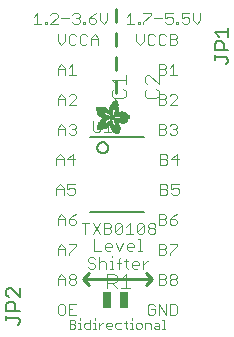
<source format=gbr>
G04 EAGLE Gerber RS-274X export*
G75*
%MOMM*%
%FSLAX34Y34*%
%LPD*%
%INSilkscreen Top*%
%IPPOS*%
%AMOC8*
5,1,8,0,0,1.08239X$1,22.5*%
G01*
%ADD10C,0.254000*%
%ADD11C,0.076200*%
%ADD12C,0.152400*%
%ADD13C,0.101600*%
%ADD14C,0.127000*%
%ADD15R,0.063400X0.002600*%
%ADD16R,0.099000X0.002400*%
%ADD17R,0.124400X0.002600*%
%ADD18R,0.144800X0.002400*%
%ADD19R,0.162600X0.002400*%
%ADD20R,0.180200X0.002600*%
%ADD21R,0.193000X0.002400*%
%ADD22R,0.208200X0.002600*%
%ADD23R,0.221000X0.002400*%
%ADD24R,0.233600X0.002400*%
%ADD25R,0.246200X0.002600*%
%ADD26R,0.256600X0.002400*%
%ADD27R,0.266600X0.002600*%
%ADD28R,0.276800X0.002400*%
%ADD29R,0.287000X0.002400*%
%ADD30R,0.297200X0.002600*%
%ADD31R,0.304800X0.002400*%
%ADD32R,0.315000X0.002600*%
%ADD33R,0.322600X0.002400*%
%ADD34R,0.332800X0.002400*%
%ADD35R,0.340400X0.002600*%
%ADD36R,0.350400X0.002400*%
%ADD37R,0.355600X0.002600*%
%ADD38R,0.363200X0.002400*%
%ADD39R,0.370800X0.002400*%
%ADD40R,0.378400X0.002600*%
%ADD41R,0.386000X0.002400*%
%ADD42R,0.391000X0.002600*%
%ADD43R,0.398800X0.002400*%
%ADD44R,0.406400X0.002400*%
%ADD45R,0.411400X0.002600*%
%ADD46R,0.419000X0.002400*%
%ADD47R,0.426600X0.002600*%
%ADD48R,0.431800X0.002400*%
%ADD49R,0.436800X0.002400*%
%ADD50R,0.442000X0.002600*%
%ADD51R,0.447000X0.002400*%
%ADD52R,0.454600X0.002600*%
%ADD53R,0.459600X0.002400*%
%ADD54R,0.467400X0.002400*%
%ADD55R,0.469800X0.002600*%
%ADD56R,0.475000X0.002400*%
%ADD57R,0.482600X0.002600*%
%ADD58R,0.485000X0.002400*%
%ADD59R,0.490200X0.002400*%
%ADD60R,0.495200X0.002600*%
%ADD61R,0.503000X0.002400*%
%ADD62R,0.505400X0.002600*%
%ADD63R,0.510400X0.002400*%
%ADD64R,0.515600X0.002400*%
%ADD65R,0.518000X0.002600*%
%ADD66R,0.523200X0.002400*%
%ADD67R,0.525800X0.002600*%
%ADD68R,0.533400X0.002400*%
%ADD69R,0.538400X0.002400*%
%ADD70R,0.541000X0.002600*%
%ADD71R,0.546000X0.002400*%
%ADD72R,0.548600X0.002600*%
%ADD73R,0.553600X0.002400*%
%ADD74R,0.558800X0.002400*%
%ADD75R,0.561400X0.002600*%
%ADD76R,0.566400X0.002400*%
%ADD77R,0.568800X0.002600*%
%ADD78R,0.574000X0.002400*%
%ADD79R,0.576600X0.002400*%
%ADD80R,0.581600X0.002600*%
%ADD81R,0.584200X0.002400*%
%ADD82R,0.589200X0.002600*%
%ADD83R,0.591800X0.002400*%
%ADD84R,0.596800X0.002400*%
%ADD85R,0.599400X0.002600*%
%ADD86R,0.604400X0.002400*%
%ADD87R,0.604400X0.002600*%
%ADD88R,0.609600X0.002400*%
%ADD89R,0.612200X0.002400*%
%ADD90R,0.617200X0.002600*%
%ADD91R,0.619800X0.002400*%
%ADD92R,0.622200X0.002600*%
%ADD93R,0.627200X0.002400*%
%ADD94R,0.632400X0.002600*%
%ADD95R,0.635000X0.002400*%
%ADD96R,0.640000X0.002600*%
%ADD97R,0.642600X0.002400*%
%ADD98R,0.645000X0.002400*%
%ADD99R,0.647600X0.002600*%
%ADD100R,0.650200X0.002400*%
%ADD101R,0.655200X0.002600*%
%ADD102R,0.657800X0.002400*%
%ADD103R,0.662800X0.002600*%
%ADD104R,0.665400X0.002400*%
%ADD105R,0.668000X0.002600*%
%ADD106R,0.670600X0.002400*%
%ADD107R,0.673000X0.002400*%
%ADD108R,0.678200X0.002600*%
%ADD109R,0.680600X0.002400*%
%ADD110R,0.680600X0.002600*%
%ADD111R,0.685800X0.002400*%
%ADD112R,0.688400X0.002400*%
%ADD113R,0.688400X0.002600*%
%ADD114R,0.693400X0.002400*%
%ADD115R,0.696000X0.002600*%
%ADD116R,0.698400X0.002400*%
%ADD117R,0.703400X0.002600*%
%ADD118R,0.706000X0.002400*%
%ADD119R,0.706000X0.002600*%
%ADD120R,0.711200X0.002400*%
%ADD121R,0.713800X0.002400*%
%ADD122R,0.713800X0.002600*%
%ADD123R,0.716200X0.002400*%
%ADD124R,0.721200X0.002600*%
%ADD125R,0.721200X0.002400*%
%ADD126R,0.723800X0.002400*%
%ADD127R,0.723800X0.002600*%
%ADD128R,0.729000X0.002400*%
%ADD129R,0.731600X0.002600*%
%ADD130R,0.731600X0.002400*%
%ADD131R,0.734000X0.002400*%
%ADD132R,0.736600X0.002600*%
%ADD133R,0.739000X0.002400*%
%ADD134R,0.741600X0.002600*%
%ADD135R,0.741600X0.002400*%
%ADD136R,0.744200X0.002400*%
%ADD137R,0.746600X0.002600*%
%ADD138R,0.749200X0.002400*%
%ADD139R,0.751800X0.002600*%
%ADD140R,0.751800X0.002400*%
%ADD141R,0.754200X0.002400*%
%ADD142R,0.756800X0.002600*%
%ADD143R,0.759400X0.002400*%
%ADD144R,0.759400X0.002600*%
%ADD145R,0.762000X0.002400*%
%ADD146R,0.764600X0.002400*%
%ADD147R,0.764600X0.002600*%
%ADD148R,0.767000X0.002400*%
%ADD149R,0.769600X0.002600*%
%ADD150R,0.772000X0.002400*%
%ADD151R,0.774600X0.002600*%
%ADD152R,0.774600X0.002400*%
%ADD153R,0.777200X0.002600*%
%ADD154R,0.777200X0.002400*%
%ADD155R,0.205600X0.002400*%
%ADD156R,0.779800X0.002400*%
%ADD157R,0.309800X0.002600*%
%ADD158R,0.782400X0.002600*%
%ADD159R,0.381000X0.002400*%
%ADD160R,0.784800X0.002400*%
%ADD161R,0.409000X0.002600*%
%ADD162R,0.784800X0.002600*%
%ADD163R,0.787400X0.002400*%
%ADD164R,0.452000X0.002400*%
%ADD165R,0.790000X0.002600*%
%ADD166R,0.487600X0.002400*%
%ADD167R,0.790000X0.002400*%
%ADD168R,0.502800X0.002600*%
%ADD169R,0.792400X0.002600*%
%ADD170R,0.518000X0.002400*%
%ADD171R,0.792400X0.002400*%
%ADD172R,0.530800X0.002400*%
%ADD173R,0.795000X0.002400*%
%ADD174R,0.795000X0.002600*%
%ADD175R,0.797600X0.002400*%
%ADD176R,0.563800X0.002600*%
%ADD177R,0.797600X0.002600*%
%ADD178R,0.800000X0.002400*%
%ADD179R,0.586600X0.002400*%
%ADD180R,0.596800X0.002600*%
%ADD181R,0.802600X0.002600*%
%ADD182R,0.604600X0.002400*%
%ADD183R,0.805200X0.002400*%
%ADD184R,0.612200X0.002600*%
%ADD185R,0.807600X0.002600*%
%ADD186R,0.622200X0.002400*%
%ADD187R,0.807600X0.002400*%
%ADD188R,0.630000X0.002400*%
%ADD189R,0.810200X0.002400*%
%ADD190R,0.637600X0.002600*%
%ADD191R,0.810200X0.002600*%
%ADD192R,0.647600X0.002400*%
%ADD193R,0.812800X0.002400*%
%ADD194R,0.652800X0.002600*%
%ADD195R,0.812800X0.002600*%
%ADD196R,0.815200X0.002400*%
%ADD197R,0.673000X0.002600*%
%ADD198R,0.815200X0.002600*%
%ADD199R,0.817800X0.002400*%
%ADD200R,0.683200X0.002600*%
%ADD201R,0.817800X0.002600*%
%ADD202R,0.690800X0.002400*%
%ADD203R,0.820400X0.002400*%
%ADD204R,0.696000X0.002400*%
%ADD205R,0.703600X0.002600*%
%ADD206R,0.820400X0.002600*%
%ADD207R,0.708600X0.002400*%
%ADD208R,0.823000X0.002400*%
%ADD209R,0.728800X0.002600*%
%ADD210R,0.825400X0.002600*%
%ADD211R,0.825400X0.002400*%
%ADD212R,0.739000X0.002600*%
%ADD213R,0.828000X0.002600*%
%ADD214R,0.828000X0.002400*%
%ADD215R,0.749200X0.002600*%
%ADD216R,0.830600X0.002600*%
%ADD217R,0.754400X0.002400*%
%ADD218R,0.830600X0.002400*%
%ADD219R,0.833200X0.002600*%
%ADD220R,0.764400X0.002400*%
%ADD221R,0.833200X0.002400*%
%ADD222R,0.835600X0.002600*%
%ADD223R,0.833000X0.002400*%
%ADD224R,0.782400X0.002400*%
%ADD225R,0.835600X0.002400*%
%ADD226R,0.787400X0.002600*%
%ADD227R,0.838200X0.002600*%
%ADD228R,0.789800X0.002400*%
%ADD229R,0.838200X0.002400*%
%ADD230R,0.840600X0.002600*%
%ADD231R,0.797400X0.002400*%
%ADD232R,0.840600X0.002400*%
%ADD233R,0.805200X0.002600*%
%ADD234R,0.840800X0.002600*%
%ADD235R,0.840800X0.002400*%
%ADD236R,0.843200X0.002600*%
%ADD237R,0.843200X0.002400*%
%ADD238R,0.815400X0.002400*%
%ADD239R,0.845800X0.002600*%
%ADD240R,0.845800X0.002400*%
%ADD241R,0.830400X0.002600*%
%ADD242R,0.848200X0.002600*%
%ADD243R,0.848200X0.002400*%
%ADD244R,0.848400X0.002400*%
%ADD245R,0.848400X0.002600*%
%ADD246R,0.850800X0.002400*%
%ADD247R,0.853400X0.002600*%
%ADD248R,0.850800X0.002600*%
%ADD249R,0.856000X0.002400*%
%ADD250R,0.861000X0.002600*%
%ADD251R,0.863600X0.002400*%
%ADD252R,0.866000X0.002600*%
%ADD253R,0.868600X0.002400*%
%ADD254R,0.871200X0.002600*%
%ADD255R,0.873600X0.002400*%
%ADD256R,0.853400X0.002400*%
%ADD257R,0.876200X0.002400*%
%ADD258R,0.876200X0.002600*%
%ADD259R,0.881400X0.002400*%
%ADD260R,0.883800X0.002600*%
%ADD261R,0.886400X0.002400*%
%ADD262R,0.889000X0.002400*%
%ADD263R,0.891600X0.002600*%
%ADD264R,0.891400X0.002400*%
%ADD265R,0.894000X0.002600*%
%ADD266R,0.896600X0.002400*%
%ADD267R,0.899000X0.002400*%
%ADD268R,0.901600X0.002600*%
%ADD269R,0.856000X0.002600*%
%ADD270R,0.904200X0.002400*%
%ADD271R,0.904200X0.002600*%
%ADD272R,0.909200X0.002400*%
%ADD273R,0.911800X0.002400*%
%ADD274R,0.914400X0.002600*%
%ADD275R,0.916800X0.002400*%
%ADD276R,0.919400X0.002600*%
%ADD277R,0.919400X0.002400*%
%ADD278R,0.922000X0.002400*%
%ADD279R,0.924600X0.002600*%
%ADD280R,0.927000X0.002400*%
%ADD281R,0.929600X0.002600*%
%ADD282R,0.932200X0.002400*%
%ADD283R,0.934600X0.002600*%
%ADD284R,0.937200X0.002400*%
%ADD285R,0.939800X0.002600*%
%ADD286R,0.942200X0.002400*%
%ADD287R,0.942400X0.002400*%
%ADD288R,0.944800X0.002600*%
%ADD289R,0.947400X0.002400*%
%ADD290R,0.950000X0.002600*%
%ADD291R,0.952400X0.002400*%
%ADD292R,0.955000X0.002400*%
%ADD293R,0.952400X0.002600*%
%ADD294R,0.957400X0.002600*%
%ADD295R,0.365600X0.002600*%
%ADD296R,0.462200X0.002600*%
%ADD297R,0.960000X0.002400*%
%ADD298R,0.358000X0.002400*%
%ADD299R,0.454600X0.002400*%
%ADD300R,0.962600X0.002400*%
%ADD301R,0.353000X0.002400*%
%ADD302R,0.452200X0.002400*%
%ADD303R,0.965200X0.002600*%
%ADD304R,0.350400X0.002600*%
%ADD305R,0.447000X0.002600*%
%ADD306R,0.965200X0.002400*%
%ADD307R,0.348000X0.002400*%
%ADD308R,0.444400X0.002400*%
%ADD309R,0.967600X0.002600*%
%ADD310R,0.345400X0.002600*%
%ADD311R,0.439400X0.002600*%
%ADD312R,0.970200X0.002400*%
%ADD313R,0.342800X0.002400*%
%ADD314R,0.340200X0.002400*%
%ADD315R,0.972800X0.002600*%
%ADD316R,0.337800X0.002600*%
%ADD317R,0.429200X0.002600*%
%ADD318R,0.972800X0.002400*%
%ADD319R,0.335200X0.002400*%
%ADD320R,0.429200X0.002400*%
%ADD321R,0.975400X0.002600*%
%ADD322R,0.332600X0.002600*%
%ADD323R,0.424200X0.002600*%
%ADD324R,0.977800X0.002400*%
%ADD325R,0.424200X0.002400*%
%ADD326R,0.980400X0.002600*%
%ADD327R,0.330200X0.002600*%
%ADD328R,0.419000X0.002600*%
%ADD329R,0.980400X0.002400*%
%ADD330R,0.327600X0.002400*%
%ADD331R,0.414000X0.002400*%
%ADD332R,0.983000X0.002600*%
%ADD333R,0.327600X0.002600*%
%ADD334R,0.414000X0.002600*%
%ADD335R,0.983000X0.002400*%
%ADD336R,0.325000X0.002400*%
%ADD337R,0.985400X0.002400*%
%ADD338R,0.409000X0.002400*%
%ADD339R,0.988000X0.002600*%
%ADD340R,0.322600X0.002600*%
%ADD341R,0.322400X0.002400*%
%ADD342R,0.320000X0.002600*%
%ADD343R,0.403800X0.002600*%
%ADD344R,0.990600X0.002400*%
%ADD345R,0.317400X0.002400*%
%ADD346R,0.401200X0.002400*%
%ADD347R,0.990600X0.002600*%
%ADD348R,0.317400X0.002600*%
%ADD349R,0.398800X0.002600*%
%ADD350R,0.315000X0.002400*%
%ADD351R,0.396200X0.002400*%
%ADD352R,0.993000X0.002600*%
%ADD353R,0.393600X0.002600*%
%ADD354R,0.993000X0.002400*%
%ADD355R,0.312400X0.002400*%
%ADD356R,0.393600X0.002400*%
%ADD357R,0.312400X0.002600*%
%ADD358R,0.391200X0.002600*%
%ADD359R,0.309800X0.002400*%
%ADD360R,0.388600X0.002400*%
%ADD361R,1.305600X0.002600*%
%ADD362R,0.386000X0.002600*%
%ADD363R,1.300400X0.002400*%
%ADD364R,1.298000X0.002400*%
%ADD365R,0.383400X0.002400*%
%ADD366R,1.298000X0.002600*%
%ADD367R,0.383400X0.002600*%
%ADD368R,1.295400X0.002400*%
%ADD369R,1.292800X0.002600*%
%ADD370R,0.381000X0.002600*%
%ADD371R,1.290200X0.002400*%
%ADD372R,0.378400X0.002400*%
%ADD373R,1.285200X0.002600*%
%ADD374R,1.285200X0.002400*%
%ADD375R,0.373400X0.002400*%
%ADD376R,1.282600X0.002600*%
%ADD377R,0.373400X0.002600*%
%ADD378R,1.282600X0.002400*%
%ADD379R,1.277600X0.002400*%
%ADD380R,1.277600X0.002600*%
%ADD381R,0.368200X0.002600*%
%ADD382R,1.275000X0.002400*%
%ADD383R,0.368200X0.002400*%
%ADD384R,1.272400X0.002600*%
%ADD385R,0.365800X0.002600*%
%ADD386R,1.270000X0.002400*%
%ADD387R,0.365800X0.002400*%
%ADD388R,1.265000X0.002600*%
%ADD389R,0.363200X0.002600*%
%ADD390R,1.265000X0.002400*%
%ADD391R,1.262400X0.002600*%
%ADD392R,0.360600X0.002600*%
%ADD393R,1.259800X0.002400*%
%ADD394R,0.360600X0.002400*%
%ADD395R,1.257200X0.002400*%
%ADD396R,1.257200X0.002600*%
%ADD397R,0.358000X0.002600*%
%ADD398R,1.254800X0.002400*%
%ADD399R,0.355600X0.002400*%
%ADD400R,1.252200X0.002600*%
%ADD401R,1.252200X0.002400*%
%ADD402R,1.247000X0.002400*%
%ADD403R,1.247000X0.002600*%
%ADD404R,0.353000X0.002600*%
%ADD405R,1.242000X0.002600*%
%ADD406R,1.242000X0.002400*%
%ADD407R,1.239400X0.002400*%
%ADD408R,1.237000X0.002600*%
%ADD409R,0.347800X0.002600*%
%ADD410R,1.237000X0.002400*%
%ADD411R,0.347800X0.002400*%
%ADD412R,1.231800X0.002600*%
%ADD413R,1.231800X0.002400*%
%ADD414R,0.345400X0.002400*%
%ADD415R,1.226800X0.002600*%
%ADD416R,1.226800X0.002400*%
%ADD417R,1.224200X0.002600*%
%ADD418R,0.342800X0.002600*%
%ADD419R,1.221600X0.002400*%
%ADD420R,0.340400X0.002400*%
%ADD421R,1.219200X0.002600*%
%ADD422R,1.216600X0.002400*%
%ADD423R,0.337800X0.002400*%
%ADD424R,1.214200X0.002600*%
%ADD425R,1.214200X0.002400*%
%ADD426R,1.209000X0.002400*%
%ADD427R,1.209000X0.002600*%
%ADD428R,0.335200X0.002600*%
%ADD429R,1.206400X0.002600*%
%ADD430R,0.652800X0.002400*%
%ADD431R,0.083800X0.002400*%
%ADD432R,0.505400X0.002400*%
%ADD433R,0.134600X0.002400*%
%ADD434R,0.497800X0.002600*%
%ADD435R,0.332800X0.002600*%
%ADD436R,0.167600X0.002600*%
%ADD437R,0.632400X0.002400*%
%ADD438R,0.330200X0.002400*%
%ADD439R,0.195400X0.002400*%
%ADD440R,0.629800X0.002600*%
%ADD441R,0.223400X0.002600*%
%ADD442R,0.624800X0.002400*%
%ADD443R,0.474800X0.002400*%
%ADD444R,0.246400X0.002400*%
%ADD445R,0.469800X0.002400*%
%ADD446R,0.264000X0.002400*%
%ADD447R,0.619600X0.002600*%
%ADD448R,0.284400X0.002600*%
%ADD449R,0.617200X0.002400*%
%ADD450R,0.457200X0.002400*%
%ADD451R,0.302200X0.002400*%
%ADD452R,0.614600X0.002600*%
%ADD453R,0.452000X0.002600*%
%ADD454R,0.325000X0.002600*%
%ADD455R,0.439400X0.002400*%
%ADD456R,0.609600X0.002600*%
%ADD457R,0.434400X0.002600*%
%ADD458R,0.322400X0.002600*%
%ADD459R,0.602000X0.002400*%
%ADD460R,0.416400X0.002400*%
%ADD461R,0.599400X0.002400*%
%ADD462R,0.408800X0.002400*%
%ADD463R,0.320000X0.002400*%
%ADD464R,0.441800X0.002400*%
%ADD465R,0.401200X0.002600*%
%ADD466R,0.464800X0.002400*%
%ADD467R,0.594200X0.002400*%
%ADD468R,0.591800X0.002600*%
%ADD469R,0.487600X0.002600*%
%ADD470R,0.594400X0.002400*%
%ADD471R,0.495200X0.002400*%
%ADD472R,0.508000X0.002600*%
%ADD473R,0.518200X0.002400*%
%ADD474R,0.589200X0.002400*%
%ADD475R,0.375800X0.002400*%
%ADD476R,0.528400X0.002400*%
%ADD477R,0.370800X0.002600*%
%ADD478R,0.538400X0.002600*%
%ADD479R,0.586600X0.002600*%
%ADD480R,0.556200X0.002600*%
%ADD481R,0.314800X0.002400*%
%ADD482R,0.586800X0.002600*%
%ADD483R,0.584200X0.002600*%
%ADD484R,0.602000X0.002600*%
%ADD485R,0.581600X0.002400*%
%ADD486R,0.619600X0.002400*%
%ADD487R,0.627400X0.002600*%
%ADD488R,0.307200X0.002600*%
%ADD489R,0.642600X0.002600*%
%ADD490R,0.579200X0.002400*%
%ADD491R,0.307400X0.002400*%
%ADD492R,0.579000X0.002600*%
%ADD493R,0.307400X0.002600*%
%ADD494R,0.665400X0.002600*%
%ADD495R,0.307200X0.002400*%
%ADD496R,0.314800X0.002600*%
%ADD497R,0.304800X0.002600*%
%ADD498R,0.576400X0.002400*%
%ADD499R,0.576600X0.002600*%
%ADD500R,0.713600X0.002400*%
%ADD501R,0.574000X0.002600*%
%ADD502R,0.302200X0.002600*%
%ADD503R,0.721400X0.002600*%
%ADD504R,0.299600X0.002400*%
%ADD505R,0.297200X0.002400*%
%ADD506R,0.736600X0.002400*%
%ADD507R,0.292000X0.002600*%
%ADD508R,0.289600X0.002400*%
%ADD509R,0.746800X0.002400*%
%ADD510R,0.571400X0.002600*%
%ADD511R,0.287000X0.002600*%
%ADD512R,0.299800X0.002600*%
%ADD513R,0.754400X0.002600*%
%ADD514R,0.284400X0.002400*%
%ADD515R,1.061800X0.002400*%
%ADD516R,0.571400X0.002400*%
%ADD517R,0.282000X0.002400*%
%ADD518R,1.066800X0.002400*%
%ADD519R,0.279400X0.002600*%
%ADD520R,1.066800X0.002600*%
%ADD521R,1.071800X0.002400*%
%ADD522R,0.274200X0.002600*%
%ADD523R,1.074400X0.002600*%
%ADD524R,0.274200X0.002400*%
%ADD525R,1.076800X0.002400*%
%ADD526R,0.569000X0.002400*%
%ADD527R,0.271800X0.002400*%
%ADD528R,1.079400X0.002400*%
%ADD529R,0.269200X0.002600*%
%ADD530R,1.082000X0.002600*%
%ADD531R,0.266600X0.002400*%
%ADD532R,1.087000X0.002400*%
%ADD533R,0.569000X0.002600*%
%ADD534R,0.264200X0.002600*%
%ADD535R,1.087000X0.002600*%
%ADD536R,0.568800X0.002400*%
%ADD537R,0.261600X0.002400*%
%ADD538R,1.092200X0.002400*%
%ADD539R,0.259000X0.002400*%
%ADD540R,1.094800X0.002400*%
%ADD541R,0.566400X0.002600*%
%ADD542R,0.256600X0.002600*%
%ADD543R,1.097200X0.002600*%
%ADD544R,1.099800X0.002400*%
%ADD545R,0.254000X0.002600*%
%ADD546R,1.104800X0.002600*%
%ADD547R,0.251400X0.002400*%
%ADD548R,1.104800X0.002400*%
%ADD549R,0.248800X0.002400*%
%ADD550R,1.110000X0.002400*%
%ADD551R,0.246400X0.002600*%
%ADD552R,1.112400X0.002600*%
%ADD553R,1.115000X0.002400*%
%ADD554R,1.117600X0.002600*%
%ADD555R,0.563800X0.002400*%
%ADD556R,0.243800X0.002400*%
%ADD557R,1.122600X0.002400*%
%ADD558R,0.241200X0.002400*%
%ADD559R,0.241200X0.002600*%
%ADD560R,1.127800X0.002600*%
%ADD561R,0.238600X0.002400*%
%ADD562R,1.130200X0.002400*%
%ADD563R,0.236200X0.002600*%
%ADD564R,1.132800X0.002600*%
%ADD565R,0.561400X0.002400*%
%ADD566R,1.137800X0.002400*%
%ADD567R,0.561200X0.002400*%
%ADD568R,0.561200X0.002600*%
%ADD569R,0.233600X0.002600*%
%ADD570R,1.143000X0.002600*%
%ADD571R,0.231200X0.002400*%
%ADD572R,1.145600X0.002400*%
%ADD573R,0.231200X0.002600*%
%ADD574R,1.148000X0.002600*%
%ADD575R,0.228600X0.002400*%
%ADD576R,1.153200X0.002400*%
%ADD577R,0.226000X0.002400*%
%ADD578R,0.558800X0.002600*%
%ADD579R,0.228600X0.002600*%
%ADD580R,1.158200X0.002600*%
%ADD581R,1.160800X0.002400*%
%ADD582R,1.165800X0.002600*%
%ADD583R,0.223400X0.002400*%
%ADD584R,1.168400X0.002400*%
%ADD585R,1.171000X0.002400*%
%ADD586R,1.176000X0.002600*%
%ADD587R,0.220800X0.002400*%
%ADD588R,1.176000X0.002400*%
%ADD589R,0.221000X0.002600*%
%ADD590R,1.181000X0.002600*%
%ADD591R,1.186200X0.002400*%
%ADD592R,0.218400X0.002400*%
%ADD593R,1.188600X0.002400*%
%ADD594R,1.193800X0.002600*%
%ADD595R,1.196200X0.002400*%
%ADD596R,1.201400X0.002600*%
%ADD597R,0.556200X0.002400*%
%ADD598R,1.206400X0.002400*%
%ADD599R,0.218400X0.002600*%
%ADD600R,1.221600X0.002600*%
%ADD601R,0.553800X0.002400*%
%ADD602R,0.223600X0.002400*%
%ADD603R,0.553600X0.002600*%
%ADD604R,0.226000X0.002600*%
%ADD605R,0.551200X0.002600*%
%ADD606R,0.231000X0.002600*%
%ADD607R,1.249600X0.002600*%
%ADD608R,0.551200X0.002400*%
%ADD609R,0.236200X0.002400*%
%ADD610R,1.513800X0.002400*%
%ADD611R,1.513800X0.002600*%
%ADD612R,0.551000X0.002400*%
%ADD613R,1.516200X0.002600*%
%ADD614R,1.516400X0.002400*%
%ADD615R,0.551000X0.002600*%
%ADD616R,1.518800X0.002600*%
%ADD617R,1.519000X0.002400*%
%ADD618R,1.519000X0.002600*%
%ADD619R,1.521400X0.002400*%
%ADD620R,1.521400X0.002600*%
%ADD621R,1.524000X0.002400*%
%ADD622R,1.524000X0.002600*%
%ADD623R,1.526400X0.002400*%
%ADD624R,1.526600X0.002600*%
%ADD625R,1.529000X0.002400*%
%ADD626R,1.529000X0.002600*%
%ADD627R,1.531600X0.002400*%
%ADD628R,1.534200X0.002600*%
%ADD629R,1.536600X0.002400*%
%ADD630R,1.539200X0.002600*%
%ADD631R,1.541800X0.002400*%
%ADD632R,1.544200X0.002600*%
%ADD633R,1.549400X0.002400*%
%ADD634R,1.549400X0.002600*%
%ADD635R,1.554400X0.002400*%
%ADD636R,1.557000X0.002400*%
%ADD637R,0.594400X0.002600*%
%ADD638R,1.559400X0.002600*%
%ADD639R,1.564600X0.002400*%
%ADD640R,0.604600X0.002600*%
%ADD641R,1.567200X0.002600*%
%ADD642R,1.572200X0.002400*%
%ADD643R,0.614600X0.002400*%
%ADD644R,1.577200X0.002400*%
%ADD645R,0.525800X0.002400*%
%ADD646R,0.906800X0.002400*%
%ADD647R,1.168400X0.002600*%
%ADD648R,0.889000X0.002600*%
%ADD649R,1.155600X0.002400*%
%ADD650R,1.143000X0.002400*%
%ADD651R,0.866200X0.002400*%
%ADD652R,1.130200X0.002600*%
%ADD653R,1.120000X0.002400*%
%ADD654R,1.110000X0.002600*%
%ADD655R,1.084600X0.002600*%
%ADD656R,1.071800X0.002600*%
%ADD657R,1.064200X0.002400*%
%ADD658R,0.807800X0.002400*%
%ADD659R,1.059200X0.002400*%
%ADD660R,0.802600X0.002400*%
%ADD661R,1.054000X0.002600*%
%ADD662R,0.800000X0.002600*%
%ADD663R,1.049000X0.002400*%
%ADD664R,1.046400X0.002600*%
%ADD665R,1.041400X0.002400*%
%ADD666R,1.038800X0.002400*%
%ADD667R,1.033800X0.002600*%
%ADD668R,1.031200X0.002400*%
%ADD669R,1.028600X0.002600*%
%ADD670R,1.026000X0.002400*%
%ADD671R,0.782200X0.002400*%
%ADD672R,1.026200X0.002400*%
%ADD673R,1.023600X0.002600*%
%ADD674R,0.782200X0.002600*%
%ADD675R,1.021000X0.002400*%
%ADD676R,1.021000X0.002600*%
%ADD677R,1.018400X0.002400*%
%ADD678R,1.018400X0.002600*%
%ADD679R,1.023600X0.002400*%
%ADD680R,1.026200X0.002600*%
%ADD681R,1.028600X0.002400*%
%ADD682R,1.033600X0.002600*%
%ADD683R,0.797400X0.002600*%
%ADD684R,1.033600X0.002400*%
%ADD685R,1.036200X0.002600*%
%ADD686R,1.046400X0.002400*%
%ADD687R,1.049000X0.002600*%
%ADD688R,1.054000X0.002400*%
%ADD689R,1.056600X0.002600*%
%ADD690R,1.061600X0.002400*%
%ADD691R,0.822800X0.002400*%
%ADD692R,1.097200X0.002400*%
%ADD693R,0.858400X0.002600*%
%ADD694R,1.122600X0.002600*%
%ADD695R,0.878800X0.002400*%
%ADD696R,1.140400X0.002400*%
%ADD697R,0.883800X0.002400*%
%ADD698R,0.901600X0.002400*%
%ADD699R,1.170800X0.002600*%
%ADD700R,0.909200X0.002600*%
%ADD701R,1.181000X0.002400*%
%ADD702R,1.196400X0.002400*%
%ADD703R,0.929600X0.002400*%
%ADD704R,1.221800X0.002400*%
%ADD705R,0.949800X0.002400*%
%ADD706R,0.962600X0.002600*%
%ADD707R,0.975400X0.002400*%
%ADD708R,1.272400X0.002400*%
%ADD709R,1.290400X0.002600*%
%ADD710R,1.008200X0.002600*%
%ADD711R,1.318200X0.002400*%
%ADD712R,1.361400X0.002600*%
%ADD713R,2.491600X0.002400*%
%ADD714R,2.494200X0.002400*%
%ADD715R,2.499400X0.002600*%
%ADD716R,2.501800X0.002400*%
%ADD717R,2.504400X0.002600*%
%ADD718R,2.509400X0.002400*%
%ADD719R,2.512000X0.002400*%
%ADD720R,2.517200X0.002600*%
%ADD721R,2.519600X0.002400*%
%ADD722R,2.524800X0.002600*%
%ADD723R,2.527200X0.002400*%
%ADD724R,2.529800X0.002400*%
%ADD725R,2.535000X0.002600*%
%ADD726R,1.673800X0.002400*%
%ADD727R,1.661200X0.002600*%
%ADD728R,1.653400X0.002400*%
%ADD729R,1.645800X0.002400*%
%ADD730R,1.638200X0.002600*%
%ADD731R,1.635800X0.002400*%
%ADD732R,0.779800X0.002600*%
%ADD733R,1.630600X0.002600*%
%ADD734R,1.625600X0.002400*%
%ADD735R,0.772200X0.002400*%
%ADD736R,1.620400X0.002400*%
%ADD737R,1.618000X0.002600*%
%ADD738R,1.612800X0.002400*%
%ADD739R,0.764400X0.002600*%
%ADD740R,1.610200X0.002600*%
%ADD741R,1.607800X0.002400*%
%ADD742R,1.602600X0.002400*%
%ADD743R,0.757000X0.002600*%
%ADD744R,1.600200X0.002600*%
%ADD745R,1.597600X0.002400*%
%ADD746R,1.595000X0.002600*%
%ADD747R,1.592600X0.002400*%
%ADD748R,1.590000X0.002400*%
%ADD749R,0.746800X0.002600*%
%ADD750R,1.587400X0.002600*%
%ADD751R,1.585000X0.002400*%
%ADD752R,0.744200X0.002600*%
%ADD753R,1.582400X0.002600*%
%ADD754R,1.579800X0.002400*%
%ADD755R,1.577200X0.002600*%
%ADD756R,1.574800X0.002400*%
%ADD757R,0.734000X0.002600*%
%ADD758R,1.574800X0.002600*%
%ADD759R,1.338600X0.002400*%
%ADD760R,0.731400X0.002400*%
%ADD761R,1.323200X0.002400*%
%ADD762R,0.731400X0.002600*%
%ADD763R,0.213200X0.002600*%
%ADD764R,1.315600X0.002600*%
%ADD765R,0.210800X0.002400*%
%ADD766R,1.308000X0.002400*%
%ADD767R,0.726400X0.002600*%
%ADD768R,0.210800X0.002600*%
%ADD769R,1.300400X0.002600*%
%ADD770R,0.721400X0.002400*%
%ADD771R,0.208200X0.002400*%
%ADD772R,0.718800X0.002400*%
%ADD773R,0.716200X0.002600*%
%ADD774R,1.267400X0.002400*%
%ADD775R,0.713600X0.002600*%
%ADD776R,1.254800X0.002600*%
%ADD777R,1.249600X0.002400*%
%ADD778R,0.711200X0.002600*%
%ADD779R,1.244600X0.002600*%
%ADD780R,0.706200X0.002400*%
%ADD781R,0.213400X0.002400*%
%ADD782R,0.213200X0.002400*%
%ADD783R,0.215800X0.002600*%
%ADD784R,1.221800X0.002600*%
%ADD785R,0.701000X0.002400*%
%ADD786R,0.215800X0.002400*%
%ADD787R,1.219200X0.002400*%
%ADD788R,1.214000X0.002400*%
%ADD789R,0.701000X0.002600*%
%ADD790R,0.223600X0.002600*%
%ADD791R,1.198800X0.002600*%
%ADD792R,0.695800X0.002400*%
%ADD793R,1.193800X0.002400*%
%ADD794R,1.188800X0.002400*%
%ADD795R,0.695800X0.002600*%
%ADD796R,1.186200X0.002600*%
%ADD797R,0.690800X0.002600*%
%ADD798R,1.178400X0.002600*%
%ADD799R,0.238800X0.002400*%
%ADD800R,1.173400X0.002400*%
%ADD801R,0.688200X0.002400*%
%ADD802R,0.688200X0.002600*%
%ADD803R,1.163200X0.002600*%
%ADD804R,1.158200X0.002400*%
%ADD805R,0.685800X0.002600*%
%ADD806R,1.155600X0.002600*%
%ADD807R,1.150600X0.002400*%
%ADD808R,0.683200X0.002400*%
%ADD809R,1.145400X0.002400*%
%ADD810R,0.256400X0.002400*%
%ADD811R,1.135400X0.002400*%
%ADD812R,0.261600X0.002600*%
%ADD813R,1.127600X0.002400*%
%ADD814R,1.125200X0.002400*%
%ADD815R,1.120000X0.002600*%
%ADD816R,0.678200X0.002400*%
%ADD817R,1.107400X0.002400*%
%ADD818R,0.675600X0.002400*%
%ADD819R,1.102200X0.002400*%
%ADD820R,1.099800X0.002600*%
%ADD821R,0.675600X0.002600*%
%ADD822R,1.089600X0.002600*%
%ADD823R,0.294600X0.002400*%
%ADD824R,1.084400X0.002400*%
%ADD825R,1.082000X0.002400*%
%ADD826R,1.076800X0.002600*%
%ADD827R,1.069200X0.002600*%
%ADD828R,1.051400X0.002400*%
%ADD829R,0.670400X0.002400*%
%ADD830R,0.670600X0.002600*%
%ADD831R,1.031200X0.002600*%
%ADD832R,0.670400X0.002600*%
%ADD833R,1.016000X0.002400*%
%ADD834R,1.010800X0.002600*%
%ADD835R,0.376000X0.002400*%
%ADD836R,1.005800X0.002400*%
%ADD837R,1.000800X0.002600*%
%ADD838R,0.998200X0.002400*%
%ADD839R,0.391200X0.002400*%
%ADD840R,0.396200X0.002600*%
%ADD841R,0.401400X0.002400*%
%ADD842R,0.406400X0.002600*%
%ADD843R,0.977800X0.002600*%
%ADD844R,0.421600X0.002400*%
%ADD845R,0.955000X0.002600*%
%ADD846R,0.950000X0.002400*%
%ADD847R,0.944800X0.002400*%
%ADD848R,0.942200X0.002600*%
%ADD849R,0.467200X0.002400*%
%ADD850R,0.477400X0.002600*%
%ADD851R,0.530800X0.002600*%
%ADD852R,0.906800X0.002600*%
%ADD853R,1.325800X0.002400*%
%ADD854R,0.894000X0.002400*%
%ADD855R,1.325800X0.002600*%
%ADD856R,1.328400X0.002400*%
%ADD857R,1.328400X0.002600*%
%ADD858R,0.881400X0.002600*%
%ADD859R,1.333400X0.002400*%
%ADD860R,1.333400X0.002600*%
%ADD861R,0.863600X0.002600*%
%ADD862R,0.858400X0.002400*%
%ADD863R,1.336000X0.002600*%
%ADD864R,1.338600X0.002600*%
%ADD865R,0.833000X0.002600*%
%ADD866R,1.343600X0.002400*%
%ADD867R,1.343600X0.002600*%
%ADD868R,0.365600X0.002400*%
%ADD869R,1.346200X0.002400*%
%ADD870R,1.348800X0.002600*%
%ADD871R,1.348800X0.002400*%
%ADD872R,1.351200X0.002600*%
%ADD873R,1.351200X0.002400*%
%ADD874R,0.269200X0.002400*%
%ADD875R,1.353800X0.002400*%
%ADD876R,0.249000X0.002400*%
%ADD877R,1.353800X0.002600*%
%ADD878R,0.340200X0.002600*%
%ADD879R,1.356200X0.002400*%
%ADD880R,1.358800X0.002600*%
%ADD881R,0.198200X0.002600*%
%ADD882R,1.358800X0.002400*%
%ADD883R,0.180200X0.002400*%
%ADD884R,0.157400X0.002400*%
%ADD885R,0.132000X0.002600*%
%ADD886R,1.364000X0.002400*%
%ADD887R,0.101600X0.002400*%
%ADD888R,1.364000X0.002600*%
%ADD889R,0.050800X0.002600*%
%ADD890R,1.369000X0.002400*%
%ADD891R,1.369000X0.002600*%
%ADD892R,1.371600X0.002600*%
%ADD893R,1.374200X0.002400*%
%ADD894R,1.376600X0.002600*%
%ADD895R,1.376600X0.002400*%
%ADD896R,1.379200X0.002600*%
%ADD897R,1.381800X0.002400*%
%ADD898R,1.381800X0.002600*%
%ADD899R,1.386800X0.002400*%
%ADD900R,1.386800X0.002600*%
%ADD901R,0.294600X0.002600*%
%ADD902R,1.389200X0.002400*%
%ADD903R,1.389200X0.002600*%
%ADD904R,1.394400X0.002400*%
%ADD905R,0.292000X0.002400*%
%ADD906R,1.394400X0.002600*%
%ADD907R,1.397000X0.002400*%
%ADD908R,1.397000X0.002600*%
%ADD909R,1.402000X0.002400*%
%ADD910R,1.402000X0.002600*%
%ADD911R,0.289600X0.002600*%
%ADD912R,1.404600X0.002400*%
%ADD913R,1.407000X0.002600*%
%ADD914R,1.409600X0.002400*%
%ADD915R,1.412200X0.002600*%
%ADD916R,1.412200X0.002400*%
%ADD917R,1.414800X0.002600*%
%ADD918R,1.417200X0.002400*%
%ADD919R,1.419800X0.002600*%
%ADD920R,1.419800X0.002400*%
%ADD921R,1.422400X0.002400*%
%ADD922R,1.424800X0.002600*%
%ADD923R,1.424800X0.002400*%
%ADD924R,1.051400X0.002600*%
%ADD925R,0.375800X0.002600*%
%ADD926R,1.044000X0.002400*%
%ADD927R,0.383600X0.002400*%
%ADD928R,1.041400X0.002600*%
%ADD929R,0.299600X0.002600*%
%ADD930R,1.038800X0.002600*%
%ADD931R,0.388600X0.002600*%
%ADD932R,1.036200X0.002400*%
%ADD933R,0.398600X0.002600*%
%ADD934R,0.398600X0.002400*%
%ADD935R,1.018600X0.002600*%
%ADD936R,0.403800X0.002400*%
%ADD937R,1.013400X0.002600*%
%ADD938R,1.008400X0.002400*%
%ADD939R,0.411400X0.002400*%
%ADD940R,1.005800X0.002600*%
%ADD941R,1.003200X0.002400*%
%ADD942R,0.421600X0.002600*%
%ADD943R,0.426800X0.002400*%
%ADD944R,0.995600X0.002400*%
%ADD945R,0.441800X0.002600*%
%ADD946R,0.988000X0.002400*%
%ADD947R,0.985400X0.002600*%
%ADD948R,0.975200X0.002400*%
%ADD949R,0.970200X0.002600*%
%ADD950R,0.967600X0.002400*%
%ADD951R,0.960000X0.002600*%
%ADD952R,0.805000X0.002600*%
%ADD953R,0.957400X0.002400*%
%ADD954R,0.947400X0.002600*%
%ADD955R,0.934600X0.002400*%
%ADD956R,0.927000X0.002600*%
%ADD957R,0.924600X0.002400*%
%ADD958R,0.917000X0.002400*%
%ADD959R,0.891400X0.002600*%
%ADD960R,0.861000X0.002400*%
%ADD961R,0.789800X0.002600*%
%ADD962R,0.772200X0.002600*%
%ADD963R,0.772000X0.002600*%
%ADD964R,0.726400X0.002400*%
%ADD965R,0.769600X0.002400*%
%ADD966R,0.718800X0.002600*%
%ADD967R,0.767000X0.002600*%
%ADD968R,0.660400X0.002400*%
%ADD969R,0.650200X0.002600*%
%ADD970R,0.637400X0.002400*%
%ADD971R,0.607000X0.002400*%
%ADD972R,0.535800X0.002400*%
%ADD973R,0.756800X0.002400*%
%ADD974R,0.061000X0.002400*%
%ADD975R,0.746600X0.002400*%
%ADD976R,0.729000X0.002600*%
%ADD977R,0.703600X0.002400*%
%ADD978R,0.698400X0.002600*%
%ADD979R,0.693400X0.002600*%
%ADD980R,0.680800X0.002400*%
%ADD981R,0.680800X0.002600*%
%ADD982R,0.668000X0.002400*%
%ADD983R,0.663000X0.002400*%
%ADD984R,0.663000X0.002600*%
%ADD985R,0.655200X0.002400*%
%ADD986R,0.652600X0.002600*%
%ADD987R,0.652600X0.002400*%
%ADD988R,0.645200X0.002400*%
%ADD989R,0.645200X0.002600*%
%ADD990R,0.640000X0.002400*%
%ADD991R,0.635000X0.002600*%
%ADD992R,0.629800X0.002400*%
%ADD993R,0.627400X0.002400*%
%ADD994R,0.612000X0.002600*%
%ADD995R,0.612000X0.002400*%
%ADD996R,0.607000X0.002600*%
%ADD997R,0.553800X0.002600*%
%ADD998R,0.546000X0.002600*%
%ADD999R,0.543400X0.002400*%
%ADD1000R,0.543400X0.002600*%
%ADD1001R,0.536000X0.002400*%
%ADD1002R,0.536000X0.002600*%
%ADD1003R,0.528200X0.002600*%
%ADD1004R,0.525600X0.002400*%
%ADD1005R,0.520600X0.002600*%
%ADD1006R,0.515600X0.002600*%
%ADD1007R,0.510600X0.002400*%
%ADD1008R,0.502800X0.002400*%
%ADD1009R,0.500400X0.002600*%
%ADD1010R,0.497800X0.002400*%
%ADD1011R,0.492800X0.002400*%
%ADD1012R,0.492800X0.002600*%
%ADD1013R,0.485000X0.002600*%
%ADD1014R,0.482600X0.002400*%
%ADD1015R,0.480000X0.002400*%
%ADD1016R,0.475000X0.002600*%
%ADD1017R,0.472400X0.002400*%
%ADD1018R,0.444400X0.002600*%
%ADD1019R,0.442000X0.002400*%
%ADD1020R,0.436800X0.002600*%
%ADD1021R,0.434200X0.002400*%
%ADD1022R,0.416600X0.002400*%
%ADD1023R,0.358200X0.002400*%
%ADD1024R,0.289400X0.002400*%
%ADD1025R,0.276800X0.002600*%
%ADD1026R,0.256400X0.002600*%
%ADD1027R,0.254000X0.002400*%
%ADD1028R,0.243800X0.002600*%
%ADD1029R,0.231000X0.002400*%
%ADD1030R,0.203200X0.002400*%
%ADD1031R,0.200600X0.002600*%
%ADD1032R,0.195600X0.002400*%
%ADD1033R,0.193000X0.002600*%
%ADD1034R,0.188000X0.002400*%
%ADD1035R,0.182800X0.002400*%
%ADD1036R,0.172600X0.002400*%
%ADD1037R,0.170200X0.002600*%
%ADD1038R,0.167600X0.002400*%
%ADD1039R,0.160000X0.002400*%
%ADD1040R,0.157400X0.002600*%
%ADD1041R,0.152400X0.002400*%
%ADD1042R,0.149800X0.002600*%
%ADD1043R,0.139600X0.002400*%
%ADD1044R,0.137200X0.002600*%
%ADD1045R,0.129400X0.002400*%
%ADD1046R,0.127000X0.002600*%
%ADD1047R,0.124400X0.002400*%
%ADD1048R,0.119400X0.002400*%
%ADD1049R,0.114200X0.002600*%
%ADD1050R,0.109200X0.002400*%
%ADD1051R,0.106600X0.002600*%
%ADD1052R,0.096400X0.002400*%
%ADD1053R,0.094000X0.002600*%
%ADD1054R,0.088800X0.002400*%
%ADD1055R,0.083800X0.002600*%
%ADD1056R,0.078600X0.002400*%
%ADD1057R,0.076200X0.002400*%
%ADD1058R,0.073600X0.002600*%
%ADD1059R,0.066000X0.002400*%
%ADD1060R,0.058400X0.002400*%
%ADD1061R,0.055800X0.002400*%
%ADD1062R,0.048200X0.002600*%
%ADD1063R,0.045600X0.002400*%
%ADD1064R,0.043200X0.002600*%
%ADD1065R,0.038000X0.002400*%
%ADD1066R,0.035600X0.002400*%
%ADD1067R,0.027800X0.002600*%
%ADD1068R,0.025400X0.002400*%
%ADD1069R,0.020200X0.002600*%
%ADD1070R,0.017800X0.002400*%
%ADD1071R,0.015200X0.002400*%
%ADD1072R,0.010000X0.002600*%
%ADD1073R,0.007600X0.002400*%
%ADD1074R,0.650000X1.400000*%


D10*
X81280Y292100D02*
X81280Y281820D01*
X81280Y271820D02*
X81280Y261540D01*
X81280Y251540D02*
X81280Y241260D01*
X81280Y231260D02*
X81280Y220980D01*
X53340Y63500D02*
X111760Y63500D01*
X106680Y68580D01*
X111760Y63500D02*
X106680Y58420D01*
X58420Y68580D02*
X53340Y63500D01*
X58420Y58420D01*
D11*
X36834Y42807D02*
X33699Y42807D01*
X32131Y41239D01*
X32131Y34969D01*
X33699Y33401D01*
X36834Y33401D01*
X38402Y34969D01*
X38402Y41239D01*
X36834Y42807D01*
X41486Y42807D02*
X47757Y42807D01*
X41486Y42807D02*
X41486Y33401D01*
X47757Y33401D01*
X44622Y38104D02*
X41486Y38104D01*
X32131Y58801D02*
X32131Y65072D01*
X35266Y68207D01*
X38402Y65072D01*
X38402Y58801D01*
X38402Y63504D02*
X32131Y63504D01*
X41486Y66639D02*
X43054Y68207D01*
X46189Y68207D01*
X47757Y66639D01*
X47757Y65072D01*
X46189Y63504D01*
X47757Y61936D01*
X47757Y60369D01*
X46189Y58801D01*
X43054Y58801D01*
X41486Y60369D01*
X41486Y61936D01*
X43054Y63504D01*
X41486Y65072D01*
X41486Y66639D01*
X43054Y63504D02*
X46189Y63504D01*
X32131Y84201D02*
X32131Y90472D01*
X35266Y93607D01*
X38402Y90472D01*
X38402Y84201D01*
X38402Y88904D02*
X32131Y88904D01*
X41486Y93607D02*
X47757Y93607D01*
X47757Y92039D01*
X41486Y85769D01*
X41486Y84201D01*
X32131Y109601D02*
X32131Y115872D01*
X35266Y119007D01*
X38402Y115872D01*
X38402Y109601D01*
X38402Y114304D02*
X32131Y114304D01*
X44622Y117439D02*
X47757Y119007D01*
X44622Y117439D02*
X41486Y114304D01*
X41486Y111169D01*
X43054Y109601D01*
X46189Y109601D01*
X47757Y111169D01*
X47757Y112736D01*
X46189Y114304D01*
X41486Y114304D01*
X30861Y135001D02*
X30861Y141272D01*
X33996Y144407D01*
X37132Y141272D01*
X37132Y135001D01*
X37132Y139704D02*
X30861Y139704D01*
X40216Y144407D02*
X46487Y144407D01*
X40216Y144407D02*
X40216Y139704D01*
X43352Y141272D01*
X44919Y141272D01*
X46487Y139704D01*
X46487Y136569D01*
X44919Y135001D01*
X41784Y135001D01*
X40216Y136569D01*
X30861Y160401D02*
X30861Y166672D01*
X33996Y169807D01*
X37132Y166672D01*
X37132Y160401D01*
X37132Y165104D02*
X30861Y165104D01*
X44919Y160401D02*
X44919Y169807D01*
X40216Y165104D01*
X46487Y165104D01*
X32131Y185801D02*
X32131Y192072D01*
X35266Y195207D01*
X38402Y192072D01*
X38402Y185801D01*
X38402Y190504D02*
X32131Y190504D01*
X41486Y193639D02*
X43054Y195207D01*
X46189Y195207D01*
X47757Y193639D01*
X47757Y192072D01*
X46189Y190504D01*
X44622Y190504D01*
X46189Y190504D02*
X47757Y188936D01*
X47757Y187369D01*
X46189Y185801D01*
X43054Y185801D01*
X41486Y187369D01*
X32131Y211201D02*
X32131Y217472D01*
X35266Y220607D01*
X38402Y217472D01*
X38402Y211201D01*
X38402Y215904D02*
X32131Y215904D01*
X41486Y211201D02*
X47757Y211201D01*
X41486Y211201D02*
X47757Y217472D01*
X47757Y219039D01*
X46189Y220607D01*
X43054Y220607D01*
X41486Y219039D01*
X32131Y236601D02*
X32131Y242872D01*
X35266Y246007D01*
X38402Y242872D01*
X38402Y236601D01*
X38402Y241304D02*
X32131Y241304D01*
X41486Y242872D02*
X44622Y246007D01*
X44622Y236601D01*
X47757Y236601D02*
X41486Y236601D01*
X32131Y265136D02*
X32131Y271407D01*
X32131Y265136D02*
X35266Y262001D01*
X38402Y265136D01*
X38402Y271407D01*
X46189Y271407D02*
X47757Y269839D01*
X46189Y271407D02*
X43054Y271407D01*
X41486Y269839D01*
X41486Y263569D01*
X43054Y262001D01*
X46189Y262001D01*
X47757Y263569D01*
X55544Y271407D02*
X57112Y269839D01*
X55544Y271407D02*
X52409Y271407D01*
X50841Y269839D01*
X50841Y263569D01*
X52409Y262001D01*
X55544Y262001D01*
X57112Y263569D01*
X60197Y262001D02*
X60197Y268272D01*
X63332Y271407D01*
X66467Y268272D01*
X66467Y262001D01*
X66467Y266704D02*
X60197Y266704D01*
X98850Y265136D02*
X98850Y271407D01*
X98850Y265136D02*
X101986Y262001D01*
X105121Y265136D01*
X105121Y271407D01*
X112908Y271407D02*
X114476Y269839D01*
X112908Y271407D02*
X109773Y271407D01*
X108205Y269839D01*
X108205Y263569D01*
X109773Y262001D01*
X112908Y262001D01*
X114476Y263569D01*
X122264Y271407D02*
X123831Y269839D01*
X122264Y271407D02*
X119128Y271407D01*
X117561Y269839D01*
X117561Y263569D01*
X119128Y262001D01*
X122264Y262001D01*
X123831Y263569D01*
X126916Y262001D02*
X126916Y271407D01*
X131619Y271407D01*
X133186Y269839D01*
X133186Y268272D01*
X131619Y266704D01*
X133186Y265136D01*
X133186Y263569D01*
X131619Y262001D01*
X126916Y262001D01*
X126916Y266704D02*
X131619Y266704D01*
X117561Y246007D02*
X117561Y236601D01*
X117561Y246007D02*
X122264Y246007D01*
X123831Y244439D01*
X123831Y242872D01*
X122264Y241304D01*
X123831Y239736D01*
X123831Y238169D01*
X122264Y236601D01*
X117561Y236601D01*
X117561Y241304D02*
X122264Y241304D01*
X126916Y242872D02*
X130051Y246007D01*
X130051Y236601D01*
X126916Y236601D02*
X133187Y236601D01*
X117561Y220607D02*
X117561Y211201D01*
X117561Y220607D02*
X122264Y220607D01*
X123831Y219039D01*
X123831Y217472D01*
X122264Y215904D01*
X123831Y214336D01*
X123831Y212769D01*
X122264Y211201D01*
X117561Y211201D01*
X117561Y215904D02*
X122264Y215904D01*
X126916Y211201D02*
X133187Y211201D01*
X126916Y211201D02*
X133187Y217472D01*
X133187Y219039D01*
X131619Y220607D01*
X128483Y220607D01*
X126916Y219039D01*
X117561Y195207D02*
X117561Y185801D01*
X117561Y195207D02*
X122264Y195207D01*
X123831Y193639D01*
X123831Y192072D01*
X122264Y190504D01*
X123831Y188936D01*
X123831Y187369D01*
X122264Y185801D01*
X117561Y185801D01*
X117561Y190504D02*
X122264Y190504D01*
X126916Y193639D02*
X128483Y195207D01*
X131619Y195207D01*
X133187Y193639D01*
X133187Y192072D01*
X131619Y190504D01*
X130051Y190504D01*
X131619Y190504D02*
X133187Y188936D01*
X133187Y187369D01*
X131619Y185801D01*
X128483Y185801D01*
X126916Y187369D01*
X118831Y169807D02*
X118831Y160401D01*
X118831Y169807D02*
X123534Y169807D01*
X125101Y168239D01*
X125101Y166672D01*
X123534Y165104D01*
X125101Y163536D01*
X125101Y161969D01*
X123534Y160401D01*
X118831Y160401D01*
X118831Y165104D02*
X123534Y165104D01*
X132889Y160401D02*
X132889Y169807D01*
X128186Y165104D01*
X134457Y165104D01*
X118831Y144407D02*
X118831Y135001D01*
X118831Y144407D02*
X123534Y144407D01*
X125101Y142839D01*
X125101Y141272D01*
X123534Y139704D01*
X125101Y138136D01*
X125101Y136569D01*
X123534Y135001D01*
X118831Y135001D01*
X118831Y139704D02*
X123534Y139704D01*
X128186Y144407D02*
X134457Y144407D01*
X128186Y144407D02*
X128186Y139704D01*
X131321Y141272D01*
X132889Y141272D01*
X134457Y139704D01*
X134457Y136569D01*
X132889Y135001D01*
X129753Y135001D01*
X128186Y136569D01*
X117561Y119007D02*
X117561Y109601D01*
X117561Y119007D02*
X122264Y119007D01*
X123831Y117439D01*
X123831Y115872D01*
X122264Y114304D01*
X123831Y112736D01*
X123831Y111169D01*
X122264Y109601D01*
X117561Y109601D01*
X117561Y114304D02*
X122264Y114304D01*
X130051Y117439D02*
X133187Y119007D01*
X130051Y117439D02*
X126916Y114304D01*
X126916Y111169D01*
X128483Y109601D01*
X131619Y109601D01*
X133187Y111169D01*
X133187Y112736D01*
X131619Y114304D01*
X126916Y114304D01*
X117561Y93607D02*
X117561Y84201D01*
X117561Y93607D02*
X122264Y93607D01*
X123831Y92039D01*
X123831Y90472D01*
X122264Y88904D01*
X123831Y87336D01*
X123831Y85769D01*
X122264Y84201D01*
X117561Y84201D01*
X117561Y88904D02*
X122264Y88904D01*
X126916Y93607D02*
X133187Y93607D01*
X133187Y92039D01*
X126916Y85769D01*
X126916Y84201D01*
X117561Y68207D02*
X117561Y58801D01*
X117561Y68207D02*
X122264Y68207D01*
X123831Y66639D01*
X123831Y65072D01*
X122264Y63504D01*
X123831Y61936D01*
X123831Y60369D01*
X122264Y58801D01*
X117561Y58801D01*
X117561Y63504D02*
X122264Y63504D01*
X126916Y66639D02*
X128483Y68207D01*
X131619Y68207D01*
X133187Y66639D01*
X133187Y65072D01*
X131619Y63504D01*
X133187Y61936D01*
X133187Y60369D01*
X131619Y58801D01*
X128483Y58801D01*
X126916Y60369D01*
X126916Y61936D01*
X128483Y63504D01*
X126916Y65072D01*
X126916Y66639D01*
X128483Y63504D02*
X131619Y63504D01*
X112908Y42807D02*
X114476Y41239D01*
X112908Y42807D02*
X109773Y42807D01*
X108205Y41239D01*
X108205Y34969D01*
X109773Y33401D01*
X112908Y33401D01*
X114476Y34969D01*
X114476Y38104D01*
X111341Y38104D01*
X117561Y33401D02*
X117561Y42807D01*
X123831Y33401D01*
X123831Y42807D01*
X126916Y42807D02*
X126916Y33401D01*
X131619Y33401D01*
X133187Y34969D01*
X133187Y41239D01*
X131619Y42807D01*
X126916Y42807D01*
X11811Y286052D02*
X14946Y289187D01*
X14946Y279781D01*
X11811Y279781D02*
X18082Y279781D01*
X21166Y279781D02*
X21166Y281349D01*
X22734Y281349D01*
X22734Y279781D01*
X21166Y279781D01*
X25844Y279781D02*
X32114Y279781D01*
X25844Y279781D02*
X32114Y286052D01*
X32114Y287619D01*
X30547Y289187D01*
X27411Y289187D01*
X25844Y287619D01*
X35199Y284484D02*
X41470Y284484D01*
X44554Y287619D02*
X46122Y289187D01*
X49257Y289187D01*
X50825Y287619D01*
X50825Y286052D01*
X49257Y284484D01*
X47690Y284484D01*
X49257Y284484D02*
X50825Y282916D01*
X50825Y281349D01*
X49257Y279781D01*
X46122Y279781D01*
X44554Y281349D01*
X53909Y281349D02*
X53909Y279781D01*
X53909Y281349D02*
X55477Y281349D01*
X55477Y279781D01*
X53909Y279781D01*
X61722Y287619D02*
X64858Y289187D01*
X61722Y287619D02*
X58587Y284484D01*
X58587Y281349D01*
X60155Y279781D01*
X63290Y279781D01*
X64858Y281349D01*
X64858Y282916D01*
X63290Y284484D01*
X58587Y284484D01*
X67942Y282916D02*
X67942Y289187D01*
X67942Y282916D02*
X71077Y279781D01*
X74213Y282916D01*
X74213Y289187D01*
X90551Y286052D02*
X93686Y289187D01*
X93686Y279781D01*
X90551Y279781D02*
X96822Y279781D01*
X99906Y279781D02*
X99906Y281349D01*
X101474Y281349D01*
X101474Y279781D01*
X99906Y279781D01*
X104584Y289187D02*
X110854Y289187D01*
X110854Y287619D01*
X104584Y281349D01*
X104584Y279781D01*
X113939Y284484D02*
X120210Y284484D01*
X123294Y289187D02*
X129565Y289187D01*
X123294Y289187D02*
X123294Y284484D01*
X126430Y286052D01*
X127997Y286052D01*
X129565Y284484D01*
X129565Y281349D01*
X127997Y279781D01*
X124862Y279781D01*
X123294Y281349D01*
X132649Y281349D02*
X132649Y279781D01*
X132649Y281349D02*
X134217Y281349D01*
X134217Y279781D01*
X132649Y279781D01*
X137327Y289187D02*
X143598Y289187D01*
X137327Y289187D02*
X137327Y284484D01*
X140462Y286052D01*
X142030Y286052D01*
X143598Y284484D01*
X143598Y281349D01*
X142030Y279781D01*
X138895Y279781D01*
X137327Y281349D01*
X146682Y282916D02*
X146682Y289187D01*
X146682Y282916D02*
X149817Y279781D01*
X152953Y282916D01*
X152953Y289187D01*
X42291Y29343D02*
X42291Y21971D01*
X42291Y29343D02*
X45977Y29343D01*
X47206Y28115D01*
X47206Y26886D01*
X45977Y25657D01*
X47206Y24428D01*
X47206Y23200D01*
X45977Y21971D01*
X42291Y21971D01*
X42291Y25657D02*
X45977Y25657D01*
X49775Y26886D02*
X51004Y26886D01*
X51004Y21971D01*
X49775Y21971D02*
X52233Y21971D01*
X51004Y29343D02*
X51004Y30572D01*
X59679Y29343D02*
X59679Y21971D01*
X55993Y21971D01*
X54765Y23200D01*
X54765Y25657D01*
X55993Y26886D01*
X59679Y26886D01*
X62249Y26886D02*
X63477Y26886D01*
X63477Y21971D01*
X62249Y21971D02*
X64706Y21971D01*
X63477Y29343D02*
X63477Y30572D01*
X67238Y26886D02*
X67238Y21971D01*
X67238Y24428D02*
X69696Y26886D01*
X70924Y26886D01*
X74704Y21971D02*
X77161Y21971D01*
X74704Y21971D02*
X73475Y23200D01*
X73475Y25657D01*
X74704Y26886D01*
X77161Y26886D01*
X78390Y25657D01*
X78390Y24428D01*
X73475Y24428D01*
X82188Y26886D02*
X85874Y26886D01*
X82188Y26886D02*
X80959Y25657D01*
X80959Y23200D01*
X82188Y21971D01*
X85874Y21971D01*
X89672Y23200D02*
X89672Y28115D01*
X89672Y23200D02*
X90901Y21971D01*
X90901Y26886D02*
X88443Y26886D01*
X93433Y26886D02*
X94661Y26886D01*
X94661Y21971D01*
X93433Y21971D02*
X95890Y21971D01*
X94661Y29343D02*
X94661Y30572D01*
X99651Y21971D02*
X102108Y21971D01*
X103337Y23200D01*
X103337Y25657D01*
X102108Y26886D01*
X99651Y26886D01*
X98422Y25657D01*
X98422Y23200D01*
X99651Y21971D01*
X105906Y21971D02*
X105906Y26886D01*
X109592Y26886D01*
X110821Y25657D01*
X110821Y21971D01*
X114619Y26886D02*
X117077Y26886D01*
X118305Y25657D01*
X118305Y21971D01*
X114619Y21971D01*
X113390Y23200D01*
X114619Y24428D01*
X118305Y24428D01*
X120875Y29343D02*
X122103Y29343D01*
X122103Y21971D01*
X120875Y21971D02*
X123332Y21971D01*
X62611Y88011D02*
X62611Y97417D01*
X62611Y88011D02*
X68882Y88011D01*
X73534Y88011D02*
X76669Y88011D01*
X73534Y88011D02*
X71966Y89579D01*
X71966Y92714D01*
X73534Y94282D01*
X76669Y94282D01*
X78237Y92714D01*
X78237Y91146D01*
X71966Y91146D01*
X81321Y94282D02*
X84457Y88011D01*
X87592Y94282D01*
X92244Y88011D02*
X95380Y88011D01*
X92244Y88011D02*
X90677Y89579D01*
X90677Y92714D01*
X92244Y94282D01*
X95380Y94282D01*
X96947Y92714D01*
X96947Y91146D01*
X90677Y91146D01*
X100032Y97417D02*
X101599Y97417D01*
X101599Y88011D01*
X100032Y88011D02*
X103167Y88011D01*
X63802Y80609D02*
X62234Y82177D01*
X59099Y82177D01*
X57531Y80609D01*
X57531Y79042D01*
X59099Y77474D01*
X62234Y77474D01*
X63802Y75906D01*
X63802Y74339D01*
X62234Y72771D01*
X59099Y72771D01*
X57531Y74339D01*
X66886Y72771D02*
X66886Y82177D01*
X68454Y79042D02*
X66886Y77474D01*
X68454Y79042D02*
X71589Y79042D01*
X73157Y77474D01*
X73157Y72771D01*
X76241Y79042D02*
X77809Y79042D01*
X77809Y72771D01*
X76241Y72771D02*
X79377Y72771D01*
X77809Y82177D02*
X77809Y83745D01*
X84046Y80609D02*
X84046Y72771D01*
X84046Y80609D02*
X85614Y82177D01*
X85614Y77474D02*
X82478Y77474D01*
X90283Y80609D02*
X90283Y74339D01*
X91850Y72771D01*
X91850Y79042D02*
X88715Y79042D01*
X96519Y72771D02*
X99655Y72771D01*
X96519Y72771D02*
X94952Y74339D01*
X94952Y77474D01*
X96519Y79042D01*
X99655Y79042D01*
X101222Y77474D01*
X101222Y75906D01*
X94952Y75906D01*
X104307Y72771D02*
X104307Y79042D01*
X107442Y79042D02*
X104307Y75906D01*
X107442Y79042D02*
X109010Y79042D01*
X55586Y101981D02*
X55586Y111387D01*
X52451Y111387D02*
X58722Y111387D01*
X61806Y111387D02*
X68077Y101981D01*
X61806Y101981D02*
X68077Y111387D01*
X71161Y111387D02*
X71161Y101981D01*
X71161Y111387D02*
X75864Y111387D01*
X77432Y109819D01*
X77432Y108252D01*
X75864Y106684D01*
X77432Y105116D01*
X77432Y103549D01*
X75864Y101981D01*
X71161Y101981D01*
X71161Y106684D02*
X75864Y106684D01*
X80517Y103549D02*
X80517Y109819D01*
X82084Y111387D01*
X85220Y111387D01*
X86787Y109819D01*
X86787Y103549D01*
X85220Y101981D01*
X82084Y101981D01*
X80517Y103549D01*
X86787Y109819D01*
X89872Y108252D02*
X93007Y111387D01*
X93007Y101981D01*
X89872Y101981D02*
X96142Y101981D01*
X99227Y103549D02*
X99227Y109819D01*
X100795Y111387D01*
X103930Y111387D01*
X105498Y109819D01*
X105498Y103549D01*
X103930Y101981D01*
X100795Y101981D01*
X99227Y103549D01*
X105498Y109819D01*
X108582Y109819D02*
X110150Y111387D01*
X113285Y111387D01*
X114853Y109819D01*
X114853Y108252D01*
X113285Y106684D01*
X114853Y105116D01*
X114853Y103549D01*
X113285Y101981D01*
X110150Y101981D01*
X108582Y103549D01*
X108582Y105116D01*
X110150Y106684D01*
X108582Y108252D01*
X108582Y109819D01*
X110150Y106684D02*
X113285Y106684D01*
D12*
X105378Y120754D02*
X59722Y120754D01*
X59722Y184046D02*
X105378Y184046D01*
X65786Y175156D02*
X65788Y175291D01*
X65794Y175426D01*
X65804Y175560D01*
X65818Y175694D01*
X65836Y175828D01*
X65857Y175961D01*
X65883Y176093D01*
X65913Y176225D01*
X65946Y176356D01*
X65983Y176485D01*
X66025Y176614D01*
X66069Y176741D01*
X66118Y176867D01*
X66170Y176991D01*
X66226Y177114D01*
X66286Y177235D01*
X66349Y177354D01*
X66415Y177471D01*
X66485Y177586D01*
X66559Y177700D01*
X66636Y177811D01*
X66715Y177919D01*
X66799Y178025D01*
X66885Y178129D01*
X66974Y178230D01*
X67066Y178329D01*
X67161Y178424D01*
X67259Y178517D01*
X67359Y178607D01*
X67462Y178694D01*
X67568Y178778D01*
X67676Y178859D01*
X67786Y178936D01*
X67899Y179010D01*
X68014Y179081D01*
X68131Y179149D01*
X68249Y179213D01*
X68370Y179273D01*
X68492Y179330D01*
X68616Y179383D01*
X68742Y179433D01*
X68868Y179479D01*
X68997Y179521D01*
X69126Y179559D01*
X69256Y179593D01*
X69388Y179624D01*
X69520Y179651D01*
X69653Y179673D01*
X69786Y179692D01*
X69920Y179707D01*
X70055Y179718D01*
X70189Y179725D01*
X70324Y179728D01*
X70459Y179727D01*
X70594Y179722D01*
X70728Y179713D01*
X70863Y179700D01*
X70997Y179683D01*
X71130Y179662D01*
X71262Y179638D01*
X71394Y179609D01*
X71525Y179577D01*
X71655Y179540D01*
X71784Y179500D01*
X71911Y179456D01*
X72037Y179408D01*
X72162Y179357D01*
X72285Y179302D01*
X72407Y179243D01*
X72526Y179181D01*
X72644Y179115D01*
X72760Y179046D01*
X72873Y178974D01*
X72985Y178898D01*
X73094Y178819D01*
X73201Y178737D01*
X73305Y178651D01*
X73407Y178563D01*
X73506Y178471D01*
X73603Y178377D01*
X73696Y178280D01*
X73787Y178180D01*
X73875Y178078D01*
X73959Y177973D01*
X74041Y177865D01*
X74119Y177755D01*
X74194Y177643D01*
X74266Y177529D01*
X74334Y177413D01*
X74399Y177294D01*
X74460Y177174D01*
X74518Y177052D01*
X74572Y176929D01*
X74623Y176804D01*
X74669Y176677D01*
X74712Y176550D01*
X74752Y176421D01*
X74787Y176290D01*
X74819Y176159D01*
X74846Y176027D01*
X74870Y175895D01*
X74890Y175761D01*
X74906Y175627D01*
X74918Y175493D01*
X74926Y175358D01*
X74930Y175223D01*
X74930Y175089D01*
X74926Y174954D01*
X74918Y174819D01*
X74906Y174685D01*
X74890Y174551D01*
X74870Y174417D01*
X74846Y174285D01*
X74819Y174153D01*
X74787Y174022D01*
X74752Y173891D01*
X74712Y173762D01*
X74669Y173635D01*
X74623Y173508D01*
X74572Y173383D01*
X74518Y173260D01*
X74460Y173138D01*
X74399Y173018D01*
X74334Y172899D01*
X74266Y172783D01*
X74194Y172669D01*
X74119Y172557D01*
X74041Y172447D01*
X73959Y172339D01*
X73875Y172234D01*
X73787Y172132D01*
X73696Y172032D01*
X73603Y171935D01*
X73506Y171841D01*
X73407Y171749D01*
X73305Y171661D01*
X73201Y171575D01*
X73094Y171493D01*
X72985Y171414D01*
X72873Y171338D01*
X72760Y171266D01*
X72644Y171197D01*
X72526Y171131D01*
X72407Y171069D01*
X72285Y171010D01*
X72162Y170955D01*
X72037Y170904D01*
X71911Y170856D01*
X71784Y170812D01*
X71655Y170772D01*
X71525Y170735D01*
X71394Y170703D01*
X71262Y170674D01*
X71130Y170650D01*
X70997Y170629D01*
X70863Y170612D01*
X70728Y170599D01*
X70594Y170590D01*
X70459Y170585D01*
X70324Y170584D01*
X70189Y170587D01*
X70055Y170594D01*
X69920Y170605D01*
X69786Y170620D01*
X69653Y170639D01*
X69520Y170661D01*
X69388Y170688D01*
X69256Y170719D01*
X69126Y170753D01*
X68997Y170791D01*
X68868Y170833D01*
X68742Y170879D01*
X68616Y170929D01*
X68492Y170982D01*
X68370Y171039D01*
X68249Y171099D01*
X68131Y171163D01*
X68014Y171231D01*
X67899Y171302D01*
X67786Y171376D01*
X67676Y171453D01*
X67568Y171534D01*
X67462Y171618D01*
X67359Y171705D01*
X67259Y171795D01*
X67161Y171888D01*
X67066Y171983D01*
X66974Y172082D01*
X66885Y172183D01*
X66799Y172287D01*
X66715Y172393D01*
X66636Y172501D01*
X66559Y172612D01*
X66485Y172726D01*
X66415Y172841D01*
X66349Y172958D01*
X66286Y173077D01*
X66226Y173198D01*
X66170Y173321D01*
X66118Y173445D01*
X66069Y173571D01*
X66025Y173698D01*
X65983Y173827D01*
X65946Y173956D01*
X65913Y174087D01*
X65883Y174219D01*
X65857Y174351D01*
X65836Y174484D01*
X65818Y174618D01*
X65804Y174752D01*
X65794Y174886D01*
X65788Y175021D01*
X65786Y175156D01*
D13*
X62230Y189889D02*
X62230Y197516D01*
X62230Y189889D02*
X63755Y188364D01*
X66806Y188364D01*
X68331Y189889D01*
X68331Y197516D01*
X71585Y194465D02*
X74636Y197516D01*
X74636Y188364D01*
X77686Y188364D02*
X71585Y188364D01*
X77968Y222997D02*
X79917Y224946D01*
X77968Y222997D02*
X77968Y219099D01*
X79917Y217150D01*
X87713Y217150D01*
X89662Y219099D01*
X89662Y222997D01*
X87713Y224946D01*
X81866Y228844D02*
X77968Y232742D01*
X89662Y232742D01*
X89662Y228844D02*
X89662Y236640D01*
X105908Y222997D02*
X107857Y224946D01*
X105908Y222997D02*
X105908Y219099D01*
X107857Y217150D01*
X115653Y217150D01*
X117602Y219099D01*
X117602Y222997D01*
X115653Y224946D01*
X117602Y228844D02*
X117602Y236640D01*
X117602Y228844D02*
X109806Y236640D01*
X107857Y236640D01*
X105908Y234691D01*
X105908Y230793D01*
X107857Y228844D01*
D14*
X174496Y245715D02*
X176403Y247622D01*
X176403Y249528D01*
X174496Y251435D01*
X164963Y251435D01*
X164963Y249528D02*
X164963Y253342D01*
X164963Y257409D02*
X176403Y257409D01*
X164963Y257409D02*
X164963Y263129D01*
X166870Y265036D01*
X170683Y265036D01*
X172590Y263129D01*
X172590Y257409D01*
X168777Y269103D02*
X164963Y272916D01*
X176403Y272916D01*
X176403Y269103D02*
X176403Y276729D01*
X127Y27180D02*
X-1780Y25273D01*
X127Y27180D02*
X127Y29086D01*
X-1780Y30993D01*
X-11313Y30993D01*
X-11313Y29086D02*
X-11313Y32900D01*
X-11313Y36967D02*
X127Y36967D01*
X-11313Y36967D02*
X-11313Y42687D01*
X-9406Y44593D01*
X-5593Y44593D01*
X-3686Y42687D01*
X-3686Y36967D01*
X127Y48661D02*
X127Y56287D01*
X127Y48661D02*
X-7500Y56287D01*
X-9406Y56287D01*
X-11313Y54381D01*
X-11313Y50568D01*
X-9406Y48661D01*
D15*
X82397Y186486D03*
D16*
X82371Y186511D03*
D17*
X82371Y186537D03*
D18*
X82372Y186562D03*
D19*
X82359Y186587D03*
D20*
X82346Y186613D03*
D21*
X82333Y186638D03*
D22*
X82308Y186664D03*
D23*
X82321Y186689D03*
D24*
X82308Y186714D03*
D25*
X82295Y186740D03*
D26*
X82270Y186765D03*
D27*
X82270Y186791D03*
D28*
X82270Y186816D03*
D29*
X82245Y186841D03*
D30*
X82245Y186867D03*
D31*
X82232Y186892D03*
D32*
X82232Y186918D03*
D33*
X82219Y186943D03*
D34*
X82194Y186968D03*
D35*
X82181Y186994D03*
D36*
X82181Y187019D03*
D37*
X82181Y187045D03*
D38*
X82168Y187070D03*
D39*
X82156Y187095D03*
D40*
X82143Y187121D03*
D41*
X82130Y187146D03*
D42*
X82130Y187172D03*
D43*
X82118Y187197D03*
D44*
X82105Y187222D03*
D45*
X82105Y187248D03*
D46*
X82092Y187273D03*
D47*
X82079Y187299D03*
D48*
X82080Y187324D03*
D49*
X82054Y187349D03*
D50*
X82054Y187375D03*
D51*
X82054Y187400D03*
D52*
X82041Y187426D03*
D53*
X82041Y187451D03*
D54*
X82029Y187476D03*
D55*
X82016Y187502D03*
D56*
X82016Y187527D03*
D57*
X82003Y187553D03*
D58*
X81990Y187578D03*
D59*
X81991Y187603D03*
D60*
X81990Y187629D03*
D61*
X81978Y187654D03*
D62*
X81965Y187680D03*
D63*
X81965Y187705D03*
D64*
X81965Y187730D03*
D65*
X81952Y187756D03*
D66*
X81952Y187781D03*
D67*
X81940Y187807D03*
D68*
X81927Y187832D03*
D69*
X81927Y187857D03*
D70*
X81914Y187883D03*
D71*
X81914Y187908D03*
D72*
X81902Y187934D03*
D73*
X81901Y187959D03*
D74*
X81902Y187984D03*
D75*
X81889Y188010D03*
D76*
X81889Y188035D03*
D77*
X81876Y188061D03*
D78*
X81876Y188086D03*
D79*
X81864Y188111D03*
D80*
X81863Y188137D03*
D81*
X81851Y188162D03*
D82*
X81851Y188188D03*
D83*
X81838Y188213D03*
D84*
X81838Y188238D03*
D85*
X81825Y188264D03*
D86*
X81825Y188289D03*
D87*
X81825Y188315D03*
D88*
X81826Y188340D03*
D89*
X81813Y188365D03*
D90*
X81813Y188391D03*
D91*
X81800Y188416D03*
D92*
X81787Y188442D03*
D93*
X81787Y188467D03*
X81787Y188492D03*
D94*
X81787Y188518D03*
D95*
X81775Y188543D03*
D96*
X81774Y188569D03*
D97*
X81762Y188594D03*
D98*
X81749Y188619D03*
D99*
X81762Y188645D03*
D100*
X81749Y188670D03*
D101*
X81749Y188696D03*
D102*
X81736Y188721D03*
X81736Y188746D03*
D103*
X81736Y188772D03*
D104*
X81724Y188797D03*
D105*
X81711Y188823D03*
D106*
X81724Y188848D03*
D107*
X81711Y188873D03*
D108*
X81711Y188899D03*
D109*
X81698Y188924D03*
D110*
X81698Y188950D03*
D111*
X81699Y188975D03*
D112*
X81686Y189000D03*
D113*
X81686Y189026D03*
D114*
X81686Y189051D03*
D115*
X81673Y189077D03*
D116*
X81660Y189102D03*
X81660Y189127D03*
D117*
X81660Y189153D03*
D118*
X81647Y189178D03*
D119*
X81647Y189204D03*
D120*
X81648Y189229D03*
D121*
X81635Y189254D03*
D122*
X81635Y189280D03*
D123*
X81622Y189305D03*
D124*
X81622Y189331D03*
D125*
X81622Y189356D03*
D126*
X81609Y189381D03*
D127*
X81609Y189407D03*
D128*
X81610Y189432D03*
D129*
X81597Y189458D03*
D130*
X81597Y189483D03*
D131*
X81584Y189508D03*
D132*
X81597Y189534D03*
D133*
X81584Y189559D03*
D134*
X81571Y189585D03*
D135*
X81571Y189610D03*
D136*
X81559Y189635D03*
D137*
X81571Y189661D03*
D138*
X81558Y189686D03*
D139*
X81546Y189712D03*
D140*
X81546Y189737D03*
D141*
X81533Y189762D03*
D142*
X81546Y189788D03*
D143*
X81533Y189813D03*
D144*
X81533Y189839D03*
D145*
X81521Y189864D03*
D146*
X81508Y189889D03*
D147*
X81508Y189915D03*
D148*
X81495Y189940D03*
D149*
X81508Y189966D03*
D150*
X81495Y189991D03*
X81495Y190016D03*
D151*
X81482Y190042D03*
D152*
X81482Y190067D03*
D153*
X81470Y190093D03*
D154*
X81470Y190118D03*
D155*
X67487Y190143D03*
D156*
X81457Y190143D03*
D157*
X67449Y190169D03*
D158*
X81470Y190169D03*
D159*
X67449Y190194D03*
D160*
X81457Y190194D03*
D161*
X67589Y190220D03*
D162*
X81457Y190220D03*
D48*
X67703Y190245D03*
D163*
X81445Y190245D03*
D164*
X67804Y190270D03*
D163*
X81445Y190270D03*
D55*
X67919Y190296D03*
D165*
X81432Y190296D03*
D166*
X68008Y190321D03*
D167*
X81432Y190321D03*
D168*
X68084Y190347D03*
D169*
X81419Y190347D03*
D170*
X68160Y190372D03*
D171*
X81419Y190372D03*
D172*
X68224Y190397D03*
D173*
X81406Y190397D03*
D70*
X68300Y190423D03*
D174*
X81406Y190423D03*
D73*
X68363Y190448D03*
D175*
X81394Y190448D03*
D176*
X68414Y190474D03*
D177*
X81394Y190474D03*
D79*
X68478Y190499D03*
D178*
X81381Y190499D03*
D179*
X68528Y190524D03*
D178*
X81381Y190524D03*
D180*
X68579Y190550D03*
D181*
X81368Y190550D03*
D182*
X68643Y190575D03*
D183*
X81381Y190575D03*
D184*
X68681Y190601D03*
D185*
X81368Y190601D03*
D186*
X68731Y190626D03*
D187*
X81368Y190626D03*
D188*
X68770Y190651D03*
D189*
X81355Y190651D03*
D190*
X68808Y190677D03*
D191*
X81355Y190677D03*
D192*
X68858Y190702D03*
D193*
X81343Y190702D03*
D194*
X68910Y190728D03*
D195*
X81343Y190728D03*
D102*
X68935Y190753D03*
D196*
X81330Y190753D03*
D104*
X68973Y190778D03*
D196*
X81330Y190778D03*
D197*
X69011Y190804D03*
D198*
X81330Y190804D03*
D109*
X69049Y190829D03*
D199*
X81317Y190829D03*
D200*
X69087Y190855D03*
D201*
X81317Y190855D03*
D202*
X69125Y190880D03*
D203*
X81305Y190880D03*
D204*
X69151Y190905D03*
D203*
X81305Y190905D03*
D205*
X69189Y190931D03*
D206*
X81279Y190931D03*
D207*
X69214Y190956D03*
D203*
X81279Y190956D03*
D122*
X69240Y190982D03*
D206*
X81279Y190982D03*
D123*
X69278Y191007D03*
D208*
X81267Y191007D03*
D126*
X69316Y191032D03*
D208*
X81267Y191032D03*
D209*
X69341Y191058D03*
D210*
X81254Y191058D03*
D131*
X69367Y191083D03*
D211*
X81254Y191083D03*
D212*
X69392Y191109D03*
D213*
X81241Y191109D03*
D136*
X69418Y191134D03*
D214*
X81241Y191134D03*
D136*
X69443Y191159D03*
D214*
X81241Y191159D03*
D215*
X69468Y191185D03*
D216*
X81229Y191185D03*
D217*
X69494Y191210D03*
D218*
X81229Y191210D03*
D144*
X69519Y191236D03*
D219*
X81216Y191236D03*
D220*
X69544Y191261D03*
D221*
X81216Y191261D03*
D148*
X69557Y191286D03*
D221*
X81216Y191286D03*
D149*
X69595Y191312D03*
D222*
X81203Y191312D03*
D152*
X69620Y191337D03*
D223*
X81190Y191337D03*
D153*
X69633Y191363D03*
D222*
X81178Y191363D03*
D224*
X69659Y191388D03*
D225*
X81178Y191388D03*
D160*
X69671Y191413D03*
D225*
X81178Y191413D03*
D226*
X69710Y191439D03*
D227*
X81165Y191439D03*
D228*
X69722Y191464D03*
D229*
X81165Y191464D03*
D174*
X69748Y191490D03*
D230*
X81152Y191490D03*
D231*
X69760Y191515D03*
D232*
X81152Y191515D03*
D178*
X69773Y191540D03*
D229*
X81140Y191540D03*
D233*
X69799Y191566D03*
D234*
X81127Y191566D03*
D183*
X69824Y191591D03*
D235*
X81127Y191591D03*
D185*
X69836Y191617D03*
D236*
X81114Y191617D03*
D193*
X69862Y191642D03*
D237*
X81114Y191642D03*
D238*
X69875Y191667D03*
D237*
X81114Y191667D03*
D201*
X69887Y191693D03*
D239*
X81102Y191693D03*
D203*
X69900Y191718D03*
D237*
X81089Y191718D03*
D206*
X69926Y191744D03*
D236*
X81089Y191744D03*
D211*
X69951Y191769D03*
D240*
X81076Y191769D03*
D214*
X69964Y191794D03*
D240*
X81076Y191794D03*
D241*
X69976Y191820D03*
D242*
X81063Y191820D03*
D223*
X69989Y191845D03*
D243*
X81063Y191845D03*
D222*
X70002Y191871D03*
D239*
X81051Y191871D03*
D225*
X70027Y191896D03*
D244*
X81038Y191896D03*
D229*
X70040Y191921D03*
D244*
X81038Y191921D03*
D236*
X70065Y191947D03*
D245*
X81038Y191947D03*
D240*
X70078Y191972D03*
D246*
X81025Y191972D03*
D245*
X70091Y191998D03*
X81013Y191998D03*
D246*
X70103Y192023D03*
D244*
X81013Y192023D03*
D246*
X70128Y192048D03*
X81000Y192048D03*
D247*
X70141Y192074D03*
D248*
X81000Y192074D03*
D249*
X70154Y192099D03*
D246*
X81000Y192099D03*
D250*
X70179Y192125D03*
D248*
X80974Y192125D03*
D251*
X70192Y192150D03*
D246*
X80974Y192150D03*
D251*
X70218Y192175D03*
D246*
X80974Y192175D03*
D252*
X70230Y192201D03*
D247*
X80962Y192201D03*
D253*
X70243Y192226D03*
D246*
X80949Y192226D03*
D254*
X70256Y192252D03*
D248*
X80949Y192252D03*
D255*
X70268Y192277D03*
D256*
X80936Y192277D03*
D257*
X70281Y192302D03*
D256*
X80936Y192302D03*
D258*
X70306Y192328D03*
D248*
X80923Y192328D03*
D259*
X70332Y192353D03*
D256*
X80911Y192353D03*
D260*
X70344Y192379D03*
D247*
X80911Y192379D03*
D261*
X70357Y192404D03*
D256*
X80911Y192404D03*
D262*
X70370Y192429D03*
D256*
X80886Y192429D03*
D263*
X70383Y192455D03*
D247*
X80886Y192455D03*
D264*
X70408Y192480D03*
D256*
X80886Y192480D03*
D265*
X70421Y192506D03*
D247*
X80860Y192506D03*
D266*
X70434Y192531D03*
D256*
X80860Y192531D03*
D267*
X70446Y192556D03*
D256*
X80860Y192556D03*
D268*
X70459Y192582D03*
D269*
X80848Y192582D03*
D270*
X70472Y192607D03*
D256*
X80835Y192607D03*
D271*
X70497Y192633D03*
D247*
X80835Y192633D03*
D272*
X70522Y192658D03*
D249*
X80822Y192658D03*
D273*
X70535Y192683D03*
D256*
X80809Y192683D03*
D274*
X70548Y192709D03*
D247*
X80809Y192709D03*
D275*
X70560Y192734D03*
D256*
X80809Y192734D03*
D276*
X70573Y192760D03*
D247*
X80784Y192760D03*
D277*
X70598Y192785D03*
D256*
X80784Y192785D03*
D278*
X70611Y192810D03*
D256*
X80784Y192810D03*
D279*
X70624Y192836D03*
D247*
X80759Y192836D03*
D280*
X70636Y192861D03*
D256*
X80759Y192861D03*
D281*
X70649Y192887D03*
D247*
X80759Y192887D03*
D282*
X70662Y192912D03*
D256*
X80733Y192912D03*
D282*
X70688Y192937D03*
D256*
X80733Y192937D03*
D283*
X70700Y192963D03*
D247*
X80733Y192963D03*
D284*
X70713Y192988D03*
D246*
X80720Y192988D03*
D285*
X70726Y193014D03*
D247*
X80708Y193014D03*
D286*
X70738Y193039D03*
D256*
X80708Y193039D03*
D287*
X70764Y193064D03*
D246*
X80695Y193064D03*
D288*
X70776Y193090D03*
D247*
X80682Y193090D03*
D289*
X70789Y193115D03*
D256*
X80682Y193115D03*
D290*
X70802Y193141D03*
D248*
X80669Y193141D03*
D291*
X70814Y193166D03*
D246*
X80669Y193166D03*
D292*
X70827Y193191D03*
D246*
X80644Y193191D03*
D293*
X70840Y193217D03*
D248*
X80644Y193217D03*
D292*
X70853Y193242D03*
D246*
X80644Y193242D03*
D294*
X70865Y193268D03*
D295*
X78193Y193268D03*
D296*
X82562Y193268D03*
D297*
X70878Y193293D03*
D298*
X78155Y193293D03*
D299*
X82600Y193293D03*
D300*
X70891Y193318D03*
D301*
X78130Y193318D03*
D302*
X82613Y193318D03*
D303*
X70904Y193344D03*
D304*
X78117Y193344D03*
D305*
X82613Y193344D03*
D306*
X70929Y193369D03*
D307*
X78079Y193369D03*
D308*
X82625Y193369D03*
D309*
X70941Y193395D03*
D310*
X78066Y193395D03*
D311*
X82626Y193395D03*
D312*
X70954Y193420D03*
D313*
X78053Y193420D03*
D49*
X82638Y193420D03*
D312*
X70954Y193445D03*
D314*
X78015Y193445D03*
D48*
X82638Y193445D03*
D315*
X70967Y193471D03*
D316*
X78003Y193471D03*
D317*
X82651Y193471D03*
D318*
X70992Y193496D03*
D319*
X77990Y193496D03*
D320*
X82651Y193496D03*
D321*
X71005Y193522D03*
D322*
X77977Y193522D03*
D323*
X82651Y193522D03*
D324*
X71017Y193547D03*
D34*
X77952Y193547D03*
D325*
X82651Y193547D03*
D324*
X71017Y193572D03*
D34*
X77952Y193572D03*
D46*
X82651Y193572D03*
D326*
X71030Y193598D03*
D327*
X77939Y193598D03*
D328*
X82651Y193598D03*
D329*
X71056Y193623D03*
D330*
X77926Y193623D03*
D331*
X82651Y193623D03*
D332*
X71069Y193649D03*
D333*
X77901Y193649D03*
D334*
X82651Y193649D03*
D335*
X71069Y193674D03*
D336*
X77888Y193674D03*
D331*
X82651Y193674D03*
D337*
X71081Y193699D03*
D33*
X77876Y193699D03*
D338*
X82651Y193699D03*
D339*
X71094Y193725D03*
D340*
X77876Y193725D03*
D161*
X82651Y193725D03*
D337*
X71106Y193750D03*
D341*
X77850Y193750D03*
D44*
X82638Y193750D03*
D339*
X71119Y193776D03*
D342*
X77838Y193776D03*
D343*
X82651Y193776D03*
D344*
X71132Y193801D03*
D345*
X77825Y193801D03*
D346*
X82638Y193801D03*
D344*
X71132Y193826D03*
D345*
X77825Y193826D03*
D346*
X82638Y193826D03*
D347*
X71158Y193852D03*
D348*
X77799Y193852D03*
D349*
X82626Y193852D03*
D344*
X71158Y193877D03*
D350*
X77787Y193877D03*
D351*
X82638Y193877D03*
D352*
X71170Y193903D03*
D32*
X77787Y193903D03*
D353*
X82625Y193903D03*
D354*
X71170Y193928D03*
D355*
X77774Y193928D03*
D356*
X82625Y193928D03*
D354*
X71195Y193953D03*
D355*
X77749Y193953D03*
D356*
X82625Y193953D03*
D352*
X71195Y193979D03*
D357*
X77749Y193979D03*
D358*
X82613Y193979D03*
D354*
X71195Y194004D03*
D359*
X77736Y194004D03*
D360*
X82626Y194004D03*
D361*
X72758Y194030D03*
D362*
X82613Y194030D03*
D363*
X72757Y194055D03*
D41*
X82613Y194055D03*
D364*
X72745Y194080D03*
D365*
X82600Y194080D03*
D366*
X72745Y194106D03*
D367*
X82600Y194106D03*
D368*
X72732Y194131D03*
D159*
X82588Y194131D03*
D369*
X72745Y194157D03*
D370*
X82588Y194157D03*
D371*
X72732Y194182D03*
D372*
X82575Y194182D03*
D371*
X72732Y194207D03*
D372*
X82575Y194207D03*
D373*
X72732Y194233D03*
D40*
X82575Y194233D03*
D374*
X72732Y194258D03*
D375*
X82575Y194258D03*
D376*
X72719Y194284D03*
D377*
X82575Y194284D03*
D378*
X72719Y194309D03*
D39*
X82562Y194309D03*
D379*
X72720Y194334D03*
D39*
X82562Y194334D03*
D380*
X72720Y194360D03*
D381*
X82549Y194360D03*
D382*
X72707Y194385D03*
D383*
X82549Y194385D03*
D384*
X72719Y194411D03*
D385*
X82537Y194411D03*
D386*
X72707Y194436D03*
D387*
X82537Y194436D03*
D386*
X72707Y194461D03*
D38*
X82524Y194461D03*
D388*
X72707Y194487D03*
D389*
X82524Y194487D03*
D390*
X72707Y194512D03*
D38*
X82524Y194512D03*
D391*
X72694Y194538D03*
D392*
X82511Y194538D03*
D393*
X72707Y194563D03*
D394*
X82511Y194563D03*
D395*
X72694Y194588D03*
D298*
X82498Y194588D03*
D396*
X72694Y194614D03*
D397*
X82498Y194614D03*
D398*
X72707Y194639D03*
D399*
X82486Y194639D03*
D400*
X72694Y194665D03*
D37*
X82486Y194665D03*
D401*
X72694Y194690D03*
D399*
X82461Y194690D03*
D402*
X72694Y194715D03*
D399*
X82461Y194715D03*
D403*
X72694Y194741D03*
D404*
X82448Y194741D03*
D402*
X72694Y194766D03*
D301*
X82448Y194766D03*
D405*
X72694Y194792D03*
D304*
X82435Y194792D03*
D406*
X72694Y194817D03*
D36*
X82435Y194817D03*
D407*
X72681Y194842D03*
D36*
X82435Y194842D03*
D408*
X72694Y194868D03*
D409*
X82422Y194868D03*
D410*
X72694Y194893D03*
D411*
X82422Y194893D03*
D412*
X72694Y194919D03*
D310*
X82410Y194919D03*
D413*
X72694Y194944D03*
D414*
X82410Y194944D03*
D413*
X72694Y194969D03*
D313*
X82397Y194969D03*
D415*
X72694Y194995D03*
D310*
X82384Y194995D03*
D416*
X72694Y195020D03*
D313*
X82371Y195020D03*
D417*
X72707Y195046D03*
D418*
X82371Y195046D03*
D419*
X72694Y195071D03*
D420*
X82359Y195071D03*
D419*
X72694Y195096D03*
D420*
X82359Y195096D03*
D421*
X72707Y195122D03*
D316*
X82346Y195122D03*
D422*
X72694Y195147D03*
D423*
X82346Y195147D03*
D424*
X72707Y195173D03*
D316*
X82321Y195173D03*
D425*
X72707Y195198D03*
D423*
X82321Y195198D03*
D426*
X72707Y195223D03*
D319*
X82308Y195223D03*
D427*
X72707Y195249D03*
D428*
X82308Y195249D03*
D426*
X72707Y195274D03*
D319*
X82308Y195274D03*
D429*
X72719Y195300D03*
D322*
X82295Y195300D03*
D430*
X69951Y195325D03*
D64*
X76149Y195325D03*
D319*
X82282Y195325D03*
D431*
X87807Y195325D03*
D97*
X69926Y195350D03*
D432*
X76199Y195350D03*
D34*
X82270Y195350D03*
D433*
X87782Y195350D03*
D96*
X69913Y195376D03*
D434*
X76237Y195376D03*
D435*
X82270Y195376D03*
D436*
X87769Y195376D03*
D437*
X69900Y195401D03*
D166*
X76263Y195401D03*
D438*
X82257Y195401D03*
D439*
X87756Y195401D03*
D440*
X69887Y195427D03*
D57*
X76288Y195427D03*
D327*
X82257Y195427D03*
D441*
X87743Y195427D03*
D442*
X69887Y195452D03*
D443*
X76326Y195452D03*
D330*
X82244Y195452D03*
D444*
X87731Y195452D03*
D186*
X69874Y195477D03*
D445*
X76351Y195477D03*
D438*
X82232Y195477D03*
D446*
X87718Y195477D03*
D447*
X69887Y195503D03*
D296*
X76364Y195503D03*
D333*
X82219Y195503D03*
D448*
X87693Y195503D03*
D449*
X69875Y195528D03*
D450*
X76390Y195528D03*
D330*
X82219Y195528D03*
D451*
X87680Y195528D03*
D452*
X69887Y195554D03*
D453*
X76415Y195554D03*
D454*
X82206Y195554D03*
D342*
X87667Y195554D03*
D89*
X69875Y195579D03*
D308*
X76428Y195579D03*
D330*
X82194Y195579D03*
D319*
X87667Y195579D03*
D88*
X69888Y195604D03*
D455*
X76453Y195604D03*
D336*
X82181Y195604D03*
D36*
X87642Y195604D03*
D456*
X69888Y195630D03*
D457*
X76479Y195630D03*
D454*
X82181Y195630D03*
D389*
X87629Y195630D03*
D86*
X69887Y195655D03*
D48*
X76492Y195655D03*
D341*
X82168Y195655D03*
D159*
X87617Y195655D03*
D87*
X69887Y195681D03*
D323*
X76504Y195681D03*
D458*
X82168Y195681D03*
D353*
X87604Y195681D03*
D459*
X69900Y195706D03*
D46*
X76529Y195706D03*
D33*
X82143Y195706D03*
D44*
X87591Y195706D03*
D459*
X69900Y195731D03*
D460*
X76542Y195731D03*
D33*
X82143Y195731D03*
D46*
X87578Y195731D03*
D85*
X69913Y195757D03*
D45*
X76567Y195757D03*
D342*
X82130Y195757D03*
D317*
X87553Y195757D03*
D461*
X69913Y195782D03*
D462*
X76580Y195782D03*
D463*
X82130Y195782D03*
D464*
X87540Y195782D03*
D180*
X69925Y195808D03*
D465*
X76593Y195808D03*
D342*
X82105Y195808D03*
D52*
X87528Y195808D03*
D84*
X69925Y195833D03*
D43*
X76606Y195833D03*
D463*
X82105Y195833D03*
D466*
X87528Y195833D03*
D467*
X69938Y195858D03*
D356*
X76631Y195858D03*
D345*
X82092Y195858D03*
D443*
X87502Y195858D03*
D468*
X69951Y195884D03*
D358*
X76644Y195884D03*
D348*
X82092Y195884D03*
D469*
X87489Y195884D03*
D470*
X69964Y195909D03*
D41*
X76644Y195909D03*
D345*
X82066Y195909D03*
D471*
X87477Y195909D03*
D468*
X69976Y195935D03*
D370*
X76669Y195935D03*
D348*
X82066Y195935D03*
D472*
X87464Y195935D03*
D83*
X69976Y195960D03*
D372*
X76682Y195960D03*
D350*
X82054Y195960D03*
D473*
X87439Y195960D03*
D474*
X69989Y195985D03*
D475*
X76694Y195985D03*
D345*
X82041Y195985D03*
D476*
X87439Y195985D03*
D82*
X69989Y196011D03*
D477*
X76720Y196011D03*
D32*
X82029Y196011D03*
D478*
X87413Y196011D03*
D474*
X70014Y196036D03*
D387*
X76720Y196036D03*
D350*
X82029Y196036D03*
D71*
X87400Y196036D03*
D479*
X70027Y196062D03*
D389*
X76733Y196062D03*
D357*
X82016Y196062D03*
D480*
X87401Y196062D03*
D179*
X70027Y196087D03*
D394*
X76745Y196087D03*
D481*
X82003Y196087D03*
D76*
X87375Y196087D03*
D179*
X70052Y196112D03*
D399*
X76771Y196112D03*
D355*
X81991Y196112D03*
D78*
X87363Y196112D03*
D479*
X70052Y196138D03*
D404*
X76783Y196138D03*
D357*
X81991Y196138D03*
D482*
X87350Y196138D03*
D81*
X70065Y196163D03*
D36*
X76796Y196163D03*
D355*
X81965Y196163D03*
D467*
X87337Y196163D03*
D483*
X70091Y196189D03*
D310*
X76796Y196189D03*
D357*
X81965Y196189D03*
D484*
X87325Y196189D03*
D81*
X70091Y196214D03*
D313*
X76809Y196214D03*
D359*
X81952Y196214D03*
D88*
X87312Y196214D03*
D485*
X70103Y196239D03*
D420*
X76822Y196239D03*
D359*
X81952Y196239D03*
D486*
X87286Y196239D03*
D80*
X70129Y196265D03*
D316*
X76834Y196265D03*
D157*
X81927Y196265D03*
D487*
X87274Y196265D03*
D485*
X70129Y196290D03*
D34*
X76860Y196290D03*
D359*
X81927Y196290D03*
D95*
X87261Y196290D03*
D80*
X70154Y196316D03*
D327*
X76873Y196316D03*
D488*
X81914Y196316D03*
D489*
X87248Y196316D03*
D490*
X70167Y196341D03*
D330*
X76885Y196341D03*
D359*
X81901Y196341D03*
D100*
X87236Y196341D03*
D485*
X70179Y196366D03*
D33*
X76885Y196366D03*
D491*
X81889Y196366D03*
D102*
X87223Y196366D03*
D492*
X70192Y196392D03*
D342*
X76898Y196392D03*
D493*
X81889Y196392D03*
D494*
X87210Y196392D03*
D79*
X70205Y196417D03*
D345*
X76910Y196417D03*
D495*
X81863Y196417D03*
D107*
X87197Y196417D03*
D492*
X70217Y196443D03*
D496*
X76923Y196443D03*
D497*
X81851Y196443D03*
D200*
X87172Y196443D03*
D498*
X70230Y196468D03*
D355*
X76936Y196468D03*
D495*
X81838Y196468D03*
D202*
X87159Y196468D03*
D79*
X70256Y196493D03*
D359*
X76948Y196493D03*
D31*
X81826Y196493D03*
D116*
X87146Y196493D03*
D499*
X70256Y196519D03*
D488*
X76961Y196519D03*
D497*
X81826Y196519D03*
D119*
X87134Y196519D03*
D79*
X70281Y196544D03*
D31*
X76974Y196544D03*
X81800Y196544D03*
D500*
X87121Y196544D03*
D501*
X70294Y196570D03*
D502*
X76987Y196570D03*
D497*
X81800Y196570D03*
D503*
X87109Y196570D03*
D78*
X70319Y196595D03*
D504*
X76999Y196595D03*
D451*
X81787Y196595D03*
D128*
X87096Y196595D03*
D78*
X70319Y196620D03*
D505*
X77012Y196620D03*
D451*
X81762Y196620D03*
D506*
X87083Y196620D03*
D501*
X70345Y196646D03*
D507*
X77012Y196646D03*
D502*
X81762Y196646D03*
D212*
X87070Y196646D03*
D78*
X70370Y196671D03*
D508*
X77025Y196671D03*
D451*
X81736Y196671D03*
D509*
X87058Y196671D03*
D510*
X70382Y196697D03*
D511*
X77038Y196697D03*
D512*
X81724Y196697D03*
D513*
X87045Y196697D03*
D78*
X70395Y196722D03*
D514*
X77050Y196722D03*
D515*
X85534Y196722D03*
D516*
X70408Y196747D03*
D517*
X77063Y196747D03*
D518*
X85534Y196747D03*
D510*
X70433Y196773D03*
D519*
X77076Y196773D03*
D520*
X85534Y196773D03*
D516*
X70459Y196798D03*
D28*
X77088Y196798D03*
D521*
X85534Y196798D03*
D510*
X70459Y196824D03*
D522*
X77101Y196824D03*
D523*
X85547Y196824D03*
D516*
X70484Y196849D03*
D524*
X77101Y196849D03*
D525*
X85559Y196849D03*
D526*
X70497Y196874D03*
D527*
X77114Y196874D03*
D528*
X85546Y196874D03*
D77*
X70522Y196900D03*
D529*
X77126Y196900D03*
D530*
X85559Y196900D03*
D526*
X70548Y196925D03*
D531*
X77139Y196925D03*
D532*
X85559Y196925D03*
D533*
X70548Y196951D03*
D534*
X77152Y196951D03*
D535*
X85559Y196951D03*
D536*
X70573Y196976D03*
D537*
X77165Y196976D03*
D538*
X85559Y196976D03*
D526*
X70599Y197001D03*
D539*
X77177Y197001D03*
D540*
X85572Y197001D03*
D541*
X70611Y197027D03*
D542*
X77190Y197027D03*
D543*
X85559Y197027D03*
D76*
X70637Y197052D03*
D26*
X77190Y197052D03*
D544*
X85572Y197052D03*
D541*
X70662Y197078D03*
D545*
X77203Y197078D03*
D546*
X85572Y197078D03*
D76*
X70688Y197103D03*
D547*
X77215Y197103D03*
D548*
X85572Y197103D03*
D76*
X70688Y197128D03*
D549*
X77228Y197128D03*
D550*
X85572Y197128D03*
D541*
X70713Y197154D03*
D551*
X77241Y197154D03*
D552*
X85584Y197154D03*
D76*
X70738Y197179D03*
D549*
X77253Y197179D03*
D553*
X85572Y197179D03*
D541*
X70764Y197205D03*
D551*
X77266Y197205D03*
D554*
X85585Y197205D03*
D555*
X70776Y197230D03*
D556*
X77279Y197230D03*
D557*
X85584Y197230D03*
D555*
X70802Y197255D03*
D558*
X77291Y197255D03*
D557*
X85584Y197255D03*
D176*
X70827Y197281D03*
D559*
X77291Y197281D03*
D560*
X85585Y197281D03*
D555*
X70852Y197306D03*
D561*
X77304Y197306D03*
D562*
X85572Y197306D03*
D176*
X70878Y197332D03*
D563*
X77317Y197332D03*
D564*
X85585Y197332D03*
D565*
X70891Y197357D03*
D24*
X77329Y197357D03*
D566*
X85584Y197357D03*
D567*
X70916Y197382D03*
D24*
X77329Y197382D03*
D566*
X85584Y197382D03*
D568*
X70941Y197408D03*
D569*
X77355Y197408D03*
D570*
X85585Y197408D03*
D565*
X70967Y197433D03*
D571*
X77368Y197433D03*
D572*
X85572Y197433D03*
D568*
X70992Y197459D03*
D573*
X77368Y197459D03*
D574*
X85584Y197459D03*
D565*
X71018Y197484D03*
D575*
X77381Y197484D03*
D576*
X85585Y197484D03*
D567*
X71043Y197509D03*
D577*
X77393Y197509D03*
D576*
X85585Y197509D03*
D578*
X71056Y197535D03*
D579*
X77406Y197535D03*
D580*
X85585Y197535D03*
D74*
X71081Y197560D03*
D577*
X77418Y197560D03*
D581*
X85572Y197560D03*
D578*
X71107Y197586D03*
D441*
X77431Y197586D03*
D582*
X85572Y197586D03*
D74*
X71132Y197611D03*
D583*
X77431Y197611D03*
D584*
X85585Y197611D03*
D74*
X71158Y197636D03*
D583*
X77456Y197636D03*
D585*
X85572Y197636D03*
D578*
X71183Y197662D03*
D441*
X77456Y197662D03*
D586*
X85572Y197662D03*
D74*
X71208Y197687D03*
D587*
X77469Y197687D03*
D588*
X85572Y197687D03*
D578*
X71234Y197713D03*
D589*
X77495Y197713D03*
D590*
X85572Y197713D03*
D74*
X71259Y197738D03*
D23*
X77495Y197738D03*
D591*
X85572Y197738D03*
D74*
X71285Y197763D03*
D592*
X77507Y197763D03*
D593*
X85559Y197763D03*
D578*
X71310Y197789D03*
D589*
X77520Y197789D03*
D594*
X85559Y197789D03*
D74*
X71335Y197814D03*
D592*
X77533Y197814D03*
D595*
X85546Y197814D03*
D480*
X71373Y197840D03*
D589*
X77546Y197840D03*
D596*
X85547Y197840D03*
D597*
X71399Y197865D03*
D592*
X77558Y197865D03*
D598*
X85546Y197865D03*
D597*
X71424Y197890D03*
D592*
X77584Y197890D03*
D426*
X85534Y197890D03*
D480*
X71449Y197916D03*
D599*
X77584Y197916D03*
D424*
X85534Y197916D03*
D597*
X71475Y197941D03*
D592*
X77609Y197941D03*
D422*
X85521Y197941D03*
D480*
X71500Y197967D03*
D589*
X77622Y197967D03*
D600*
X85521Y197967D03*
D73*
X71538Y197992D03*
D23*
X77647Y197992D03*
D416*
X85521Y197992D03*
D601*
X71564Y198017D03*
D602*
X77660Y198017D03*
D413*
X85495Y198017D03*
D603*
X71589Y198043D03*
D604*
X77672Y198043D03*
D408*
X85496Y198043D03*
D73*
X71614Y198068D03*
D577*
X77698Y198068D03*
D406*
X85470Y198068D03*
D605*
X71653Y198094D03*
D606*
X77723Y198094D03*
D607*
X85457Y198094D03*
D608*
X71678Y198119D03*
D609*
X77774Y198119D03*
D393*
X85432Y198119D03*
D608*
X71704Y198144D03*
D610*
X84162Y198144D03*
D605*
X71729Y198170D03*
D611*
X84188Y198170D03*
D612*
X71754Y198195D03*
D610*
X84188Y198195D03*
D72*
X71792Y198221D03*
D613*
X84200Y198221D03*
D608*
X71831Y198246D03*
D614*
X84226Y198246D03*
D608*
X71856Y198271D03*
D614*
X84226Y198271D03*
D615*
X71881Y198297D03*
D616*
X84238Y198297D03*
D608*
X71907Y198322D03*
D617*
X84264Y198322D03*
D605*
X71932Y198348D03*
D618*
X84264Y198348D03*
D73*
X71970Y198373D03*
D619*
X84276Y198373D03*
D73*
X71995Y198398D03*
D619*
X84276Y198398D03*
D603*
X72021Y198424D03*
D620*
X84302Y198424D03*
D73*
X72046Y198449D03*
D621*
X84315Y198449D03*
D480*
X72084Y198475D03*
D622*
X84315Y198475D03*
D597*
X72110Y198500D03*
D623*
X84327Y198500D03*
D74*
X72148Y198525D03*
D623*
X84327Y198525D03*
D578*
X72174Y198551D03*
D624*
X84353Y198551D03*
D74*
X72199Y198576D03*
D625*
X84365Y198576D03*
D75*
X72237Y198602D03*
D626*
X84365Y198602D03*
D555*
X72249Y198627D03*
D627*
X84378Y198627D03*
D76*
X72288Y198652D03*
D627*
X84378Y198652D03*
D541*
X72313Y198678D03*
D628*
X84391Y198678D03*
D536*
X72351Y198703D03*
D629*
X84403Y198703D03*
D510*
X72389Y198729D03*
D630*
X84391Y198729D03*
D78*
X72402Y198754D03*
D631*
X84404Y198754D03*
D79*
X72440Y198779D03*
D631*
X84404Y198779D03*
D492*
X72478Y198805D03*
D632*
X84416Y198805D03*
D81*
X72504Y198830D03*
D633*
X84416Y198830D03*
D483*
X72529Y198856D03*
D634*
X84416Y198856D03*
D179*
X72567Y198881D03*
D635*
X84416Y198881D03*
D83*
X72593Y198906D03*
D636*
X84429Y198906D03*
D637*
X72631Y198932D03*
D638*
X84416Y198932D03*
D461*
X72681Y198957D03*
D639*
X84416Y198957D03*
D640*
X72707Y198983D03*
D641*
X84404Y198983D03*
D88*
X72758Y199008D03*
D642*
X84403Y199008D03*
D643*
X72783Y199033D03*
D644*
X84403Y199033D03*
D92*
X72846Y199059D03*
D70*
X79171Y199059D03*
D281*
X87642Y199059D03*
D437*
X72897Y199084D03*
D645*
X79019Y199084D03*
D646*
X87782Y199084D03*
D647*
X75603Y199110D03*
D648*
X87871Y199110D03*
D649*
X75539Y199135D03*
D257*
X87959Y199135D03*
D650*
X75476Y199160D03*
D651*
X88036Y199160D03*
D652*
X75437Y199186D03*
D247*
X88099Y199186D03*
D653*
X75386Y199211D03*
D244*
X88150Y199211D03*
D654*
X75336Y199237D03*
D227*
X88201Y199237D03*
D544*
X75310Y199262D03*
D223*
X88251Y199262D03*
D538*
X75272Y199287D03*
D214*
X88302Y199287D03*
D655*
X75234Y199313D03*
D206*
X88341Y199313D03*
D528*
X75208Y199338D03*
D196*
X88391Y199338D03*
D656*
X75170Y199364D03*
D195*
X88430Y199364D03*
D657*
X75158Y199389D03*
D658*
X88455Y199389D03*
D659*
X75133Y199414D03*
D660*
X88506Y199414D03*
D661*
X75107Y199440D03*
D662*
X88518Y199440D03*
D663*
X75082Y199465D03*
D231*
X88556Y199465D03*
D664*
X75069Y199491D03*
D174*
X88595Y199491D03*
D665*
X75044Y199516D03*
D167*
X88620Y199516D03*
D666*
X75031Y199541D03*
D228*
X88645Y199541D03*
D667*
X75006Y199567D03*
D165*
X88671Y199567D03*
D668*
X74993Y199592D03*
D160*
X88696Y199592D03*
D669*
X74980Y199618D03*
D162*
X88721Y199618D03*
D670*
X74967Y199643D03*
D671*
X88734Y199643D03*
D672*
X74942Y199668D03*
D671*
X88759Y199668D03*
D673*
X74929Y199694D03*
D674*
X88785Y199694D03*
D675*
X74916Y199719D03*
D671*
X88785Y199719D03*
D676*
X74916Y199745D03*
D674*
X88810Y199745D03*
D675*
X74891Y199770D03*
D156*
X88823Y199770D03*
D677*
X74878Y199795D03*
D224*
X88836Y199795D03*
D678*
X74878Y199821D03*
D674*
X88861Y199821D03*
D675*
X74866Y199846D03*
D671*
X88861Y199846D03*
D678*
X74853Y199872D03*
D162*
X88874Y199872D03*
D675*
X74840Y199897D03*
D160*
X88899Y199897D03*
D675*
X74840Y199922D03*
D160*
X88899Y199922D03*
D673*
X74828Y199948D03*
D226*
X88912Y199948D03*
D679*
X74828Y199973D03*
D167*
X88925Y199973D03*
D680*
X74815Y199999D03*
D165*
X88925Y199999D03*
D672*
X74815Y200024D03*
D171*
X88937Y200024D03*
D681*
X74802Y200049D03*
D171*
X88937Y200049D03*
D682*
X74802Y200075D03*
D683*
X88937Y200075D03*
D684*
X74802Y200100D03*
D178*
X88950Y200100D03*
D685*
X74789Y200126D03*
D181*
X88937Y200126D03*
D665*
X74790Y200151D03*
D183*
X88950Y200151D03*
D686*
X74789Y200176D03*
D189*
X88950Y200176D03*
D687*
X74777Y200202D03*
D191*
X88950Y200202D03*
D688*
X74777Y200227D03*
D196*
X88950Y200227D03*
D689*
X74790Y200253D03*
D201*
X88937Y200253D03*
D690*
X74789Y200278D03*
D691*
X88937Y200278D03*
D518*
X74790Y200303D03*
D214*
X88937Y200303D03*
D656*
X74789Y200329D03*
D216*
X88925Y200329D03*
D528*
X74777Y200354D03*
D225*
X88925Y200354D03*
D655*
X74777Y200380D03*
D234*
X88925Y200380D03*
D538*
X74790Y200405D03*
D240*
X88899Y200405D03*
D692*
X74789Y200430D03*
D246*
X88899Y200430D03*
D546*
X74802Y200456D03*
D693*
X88886Y200456D03*
D553*
X74802Y200481D03*
D251*
X88861Y200481D03*
D694*
X74815Y200507D03*
D254*
X88849Y200507D03*
D562*
X74827Y200532D03*
D695*
X88836Y200532D03*
D696*
X74828Y200557D03*
D697*
X88810Y200557D03*
D574*
X74840Y200583D03*
D263*
X88798Y200583D03*
D581*
X74853Y200608D03*
D698*
X88772Y200608D03*
D699*
X74878Y200634D03*
D700*
X88734Y200634D03*
D701*
X74878Y200659D03*
D275*
X88721Y200659D03*
D702*
X74904Y200684D03*
D703*
X88683Y200684D03*
D429*
X74929Y200710D03*
D285*
X88658Y200710D03*
D704*
X74955Y200735D03*
D705*
X88607Y200735D03*
D408*
X74980Y200761D03*
D706*
X88569Y200761D03*
D401*
X75006Y200786D03*
D707*
X88531Y200786D03*
D708*
X75056Y200811D03*
D354*
X88467Y200811D03*
D709*
X75120Y200837D03*
D710*
X88391Y200837D03*
D711*
X75209Y200862D03*
D668*
X88277Y200862D03*
D712*
X75348Y200888D03*
D520*
X88099Y200888D03*
D713*
X80949Y200913D03*
D714*
X80911Y200938D03*
D715*
X80886Y200964D03*
D716*
X80847Y200989D03*
D717*
X80809Y201015D03*
D718*
X80758Y201040D03*
D719*
X80720Y201065D03*
D720*
X80670Y201091D03*
D721*
X80631Y201116D03*
D722*
X80581Y201142D03*
D723*
X80542Y201167D03*
D724*
X80505Y201192D03*
D725*
X80454Y201218D03*
D199*
X71818Y201243D03*
D726*
X84734Y201243D03*
D185*
X71716Y201269D03*
D727*
X84772Y201269D03*
D178*
X71627Y201294D03*
D728*
X84784Y201294D03*
D173*
X71551Y201319D03*
D729*
X84797Y201319D03*
D226*
X71488Y201345D03*
D730*
X84810Y201345D03*
D671*
X71411Y201370D03*
D731*
X84823Y201370D03*
D732*
X71348Y201396D03*
D733*
X84822Y201396D03*
D152*
X71297Y201421D03*
D734*
X84823Y201421D03*
D735*
X71234Y201446D03*
D736*
X84822Y201446D03*
D149*
X71170Y201472D03*
D737*
X84810Y201472D03*
D148*
X71132Y201497D03*
D738*
X84810Y201497D03*
D739*
X71068Y201523D03*
D740*
X84797Y201523D03*
D145*
X71031Y201548D03*
D741*
X84785Y201548D03*
D145*
X70980Y201573D03*
D742*
X84784Y201573D03*
D743*
X70929Y201599D03*
D744*
X84772Y201599D03*
D217*
X70891Y201624D03*
D745*
X84759Y201624D03*
D513*
X70840Y201650D03*
D746*
X84746Y201650D03*
D140*
X70802Y201675D03*
D747*
X84734Y201675D03*
D138*
X70763Y201700D03*
D748*
X84721Y201700D03*
D749*
X70726Y201726D03*
D750*
X84708Y201726D03*
D509*
X70675Y201751D03*
D751*
X84696Y201751D03*
D752*
X70637Y201777D03*
D753*
X84683Y201777D03*
D135*
X70598Y201802D03*
D754*
X84670Y201802D03*
D133*
X70560Y201827D03*
D754*
X84645Y201827D03*
D132*
X70523Y201853D03*
D755*
X84632Y201853D03*
D506*
X70497Y201878D03*
D756*
X84620Y201878D03*
D757*
X70459Y201904D03*
D758*
X84594Y201904D03*
D130*
X70421Y201929D03*
D575*
X77863Y201929D03*
D759*
X85750Y201929D03*
D760*
X70370Y201954D03*
D23*
X77800Y201954D03*
D761*
X85800Y201954D03*
D762*
X70344Y201980D03*
D763*
X77761Y201980D03*
D764*
X85813Y201980D03*
D128*
X70307Y202005D03*
D765*
X77749Y202005D03*
D766*
X85826Y202005D03*
D767*
X70268Y202031D03*
D768*
X77723Y202031D03*
D769*
X85838Y202031D03*
D126*
X70255Y202056D03*
D765*
X77698Y202056D03*
D368*
X85839Y202056D03*
D770*
X70218Y202081D03*
D771*
X77685Y202081D03*
D371*
X85838Y202081D03*
D124*
X70192Y202107D03*
D22*
X77660Y202107D03*
D376*
X85851Y202107D03*
D772*
X70154Y202132D03*
D155*
X77647Y202132D03*
D379*
X85851Y202132D03*
D773*
X70116Y202158D03*
D22*
X77634Y202158D03*
D384*
X85851Y202158D03*
D123*
X70090Y202183D03*
D771*
X77609Y202183D03*
D774*
X85851Y202183D03*
D500*
X70052Y202208D03*
D771*
X77609Y202208D03*
D393*
X85839Y202208D03*
D775*
X70027Y202234D03*
D22*
X77583Y202234D03*
D776*
X85839Y202234D03*
D121*
X70002Y202259D03*
D765*
X77571Y202259D03*
D777*
X85838Y202259D03*
D778*
X69964Y202285D03*
D22*
X77558Y202285D03*
D779*
X85839Y202285D03*
D207*
X69951Y202310D03*
D765*
X77546Y202310D03*
D406*
X85826Y202310D03*
D780*
X69913Y202335D03*
D781*
X77533Y202335D03*
D410*
X85826Y202335D03*
D119*
X69887Y202361D03*
D763*
X77507Y202361D03*
D412*
X85826Y202361D03*
D118*
X69862Y202386D03*
D782*
X77507Y202386D03*
D416*
X85826Y202386D03*
D205*
X69824Y202412D03*
D783*
X77494Y202412D03*
D784*
X85826Y202412D03*
D785*
X69811Y202437D03*
D786*
X77469Y202437D03*
D787*
X85813Y202437D03*
D785*
X69786Y202462D03*
D592*
X77457Y202462D03*
D788*
X85813Y202462D03*
D789*
X69760Y202488D03*
D589*
X77444Y202488D03*
D427*
X85813Y202488D03*
D116*
X69722Y202513D03*
D583*
X77431Y202513D03*
D598*
X85800Y202513D03*
D115*
X69710Y202539D03*
D790*
X77406Y202539D03*
D791*
X85788Y202539D03*
D792*
X69684Y202564D03*
D577*
X77393Y202564D03*
D793*
X85788Y202564D03*
D204*
X69659Y202589D03*
D575*
X77381Y202589D03*
D794*
X85788Y202589D03*
D795*
X69633Y202615D03*
D573*
X77368Y202615D03*
D796*
X85775Y202615D03*
D114*
X69621Y202640D03*
D24*
X77355Y202640D03*
D701*
X85775Y202640D03*
D797*
X69582Y202666D03*
D563*
X77342Y202666D03*
D798*
X85762Y202666D03*
D202*
X69557Y202691D03*
D799*
X77330Y202691D03*
D800*
X85762Y202691D03*
D801*
X69544Y202716D03*
D561*
X77304Y202716D03*
D584*
X85763Y202716D03*
D802*
X69519Y202742D03*
D559*
X77291Y202742D03*
D803*
X85737Y202742D03*
D112*
X69494Y202767D03*
D556*
X77279Y202767D03*
D804*
X85737Y202767D03*
D805*
X69481Y202793D03*
D551*
X77266Y202793D03*
D806*
X85724Y202793D03*
D111*
X69456Y202818D03*
D549*
X77253Y202818D03*
D807*
X85724Y202818D03*
D808*
X69443Y202843D03*
D547*
X77241Y202843D03*
D809*
X85724Y202843D03*
D200*
X69417Y202869D03*
D545*
X77228Y202869D03*
D570*
X85712Y202869D03*
D808*
X69392Y202894D03*
D810*
X77215Y202894D03*
D811*
X85699Y202894D03*
D110*
X69379Y202920D03*
D812*
X77190Y202920D03*
D564*
X85686Y202920D03*
D109*
X69354Y202945D03*
D446*
X77177Y202945D03*
D813*
X85686Y202945D03*
D109*
X69354Y202970D03*
D531*
X77164Y202970D03*
D814*
X85674Y202970D03*
D110*
X69328Y202996D03*
D529*
X77152Y202996D03*
D815*
X85673Y202996D03*
D109*
X69303Y203021D03*
D527*
X77114Y203021D03*
D553*
X85648Y203021D03*
D108*
X69291Y203047D03*
D522*
X77101Y203047D03*
D654*
X85648Y203047D03*
D816*
X69265Y203072D03*
D28*
X77088Y203072D03*
D817*
X85635Y203072D03*
D818*
X69252Y203097D03*
D517*
X77063Y203097D03*
D819*
X85635Y203097D03*
D108*
X69240Y203123D03*
D448*
X77050Y203123D03*
D820*
X85623Y203123D03*
D818*
X69227Y203148D03*
D29*
X77038Y203148D03*
D538*
X85610Y203148D03*
D821*
X69202Y203174D03*
D507*
X77012Y203174D03*
D822*
X85597Y203174D03*
D107*
X69189Y203199D03*
D823*
X76999Y203199D03*
D824*
X85597Y203199D03*
D818*
X69176Y203224D03*
D504*
X76974Y203224D03*
D825*
X85585Y203224D03*
D821*
X69151Y203250D03*
D502*
X76961Y203250D03*
D826*
X85559Y203250D03*
D107*
X69138Y203275D03*
D491*
X76936Y203275D03*
D521*
X85559Y203275D03*
D821*
X69125Y203301D03*
D357*
X76936Y203301D03*
D827*
X85546Y203301D03*
D107*
X69112Y203326D03*
D345*
X76910Y203326D03*
D515*
X85534Y203326D03*
D107*
X69087Y203351D03*
D463*
X76898Y203351D03*
D659*
X85521Y203351D03*
D197*
X69087Y203377D03*
D454*
X76872Y203377D03*
D661*
X85521Y203377D03*
D107*
X69062Y203402D03*
D438*
X76847Y203402D03*
D828*
X85508Y203402D03*
D197*
X69062Y203428D03*
D322*
X76834Y203428D03*
D664*
X85483Y203428D03*
D829*
X69049Y203453D03*
D423*
X76809Y203453D03*
D665*
X85483Y203453D03*
D107*
X69036Y203478D03*
D313*
X76783Y203478D03*
D666*
X85470Y203478D03*
D830*
X69024Y203504D03*
D310*
X76771Y203504D03*
D831*
X85458Y203504D03*
D107*
X69011Y203529D03*
D36*
X76745Y203529D03*
D681*
X85445Y203529D03*
D832*
X68998Y203555D03*
D37*
X76720Y203555D03*
D673*
X85420Y203555D03*
D107*
X68985Y203580D03*
D394*
X76694Y203580D03*
D677*
X85419Y203580D03*
D107*
X68985Y203605D03*
D38*
X76682Y203605D03*
D833*
X85407Y203605D03*
D197*
X68960Y203631D03*
D477*
X76669Y203631D03*
D834*
X85381Y203631D03*
D107*
X68960Y203656D03*
D835*
X76644Y203656D03*
D836*
X85381Y203656D03*
D821*
X68948Y203682D03*
D370*
X76619Y203682D03*
D837*
X85356Y203682D03*
D818*
X68948Y203707D03*
D41*
X76593Y203707D03*
D838*
X85343Y203707D03*
D818*
X68948Y203732D03*
D839*
X76568Y203732D03*
D354*
X85343Y203732D03*
D108*
X68935Y203758D03*
D840*
X76542Y203758D03*
D339*
X85318Y203758D03*
D816*
X68935Y203783D03*
D841*
X76517Y203783D03*
D337*
X85305Y203783D03*
D110*
X68922Y203809D03*
D842*
X76492Y203809D03*
D843*
X85292Y203809D03*
D109*
X68922Y203834D03*
D331*
X76479Y203834D03*
D707*
X85280Y203834D03*
D109*
X68922Y203859D03*
D844*
X76441Y203859D03*
D312*
X85254Y203859D03*
D200*
X68909Y203885D03*
D47*
X76415Y203885D03*
D303*
X85255Y203885D03*
D111*
X68922Y203910D03*
D48*
X76390Y203910D03*
D297*
X85229Y203910D03*
D802*
X68909Y203936D03*
D311*
X76352Y203936D03*
D845*
X85204Y203936D03*
D202*
X68922Y203961D03*
D308*
X76326Y203961D03*
D846*
X85204Y203961D03*
D202*
X68922Y203986D03*
D299*
X76301Y203986D03*
D847*
X85178Y203986D03*
D795*
X68922Y204012D03*
D296*
X76263Y204012D03*
D848*
X85165Y204012D03*
D116*
X68935Y204037D03*
D849*
X76237Y204037D03*
D284*
X85140Y204037D03*
D789*
X68948Y204063D03*
D850*
X76186Y204063D03*
D281*
X85127Y204063D03*
D118*
X68947Y204088D03*
D58*
X76148Y204088D03*
D280*
X85114Y204088D03*
D207*
X68960Y204113D03*
D471*
X76123Y204113D03*
D278*
X85089Y204113D03*
D773*
X68973Y204139D03*
D62*
X76072Y204139D03*
D274*
X85077Y204139D03*
D125*
X68998Y204164D03*
D473*
X76009Y204164D03*
D273*
X85064Y204164D03*
D762*
X69049Y204190D03*
D851*
X75945Y204190D03*
D852*
X85039Y204190D03*
D138*
X69112Y204215D03*
D73*
X75831Y204215D03*
D698*
X85013Y204215D03*
D853*
X71995Y204240D03*
D854*
X85000Y204240D03*
D855*
X71995Y204266D03*
D648*
X84975Y204266D03*
D856*
X71983Y204291D03*
D261*
X84962Y204291D03*
D857*
X71983Y204317D03*
D858*
X84937Y204317D03*
D856*
X71983Y204342D03*
D255*
X84924Y204342D03*
D859*
X71983Y204367D03*
D253*
X84899Y204367D03*
D860*
X71983Y204393D03*
D861*
X84874Y204393D03*
D859*
X71983Y204418D03*
D862*
X84848Y204418D03*
D863*
X71970Y204444D03*
D248*
X84835Y204444D03*
D759*
X71983Y204469D03*
D240*
X84810Y204469D03*
D759*
X71983Y204494D03*
D229*
X84772Y204494D03*
D864*
X71983Y204520D03*
D865*
X84746Y204520D03*
D866*
X71983Y204545D03*
D214*
X84721Y204545D03*
D867*
X71983Y204571D03*
D201*
X84695Y204571D03*
D866*
X71983Y204596D03*
D356*
X82574Y204596D03*
D868*
X86905Y204596D03*
D869*
X71970Y204621D03*
D159*
X82511Y204621D03*
D313*
X86969Y204621D03*
D870*
X71983Y204647D03*
D477*
X82460Y204647D03*
D458*
X86994Y204647D03*
D871*
X71983Y204672D03*
D38*
X82422Y204672D03*
D451*
X87020Y204672D03*
D872*
X71970Y204698D03*
D37*
X82410Y204698D03*
D448*
X87032Y204698D03*
D873*
X71970Y204723D03*
D36*
X82384Y204723D03*
D874*
X87058Y204723D03*
D875*
X71983Y204748D03*
D414*
X82359Y204748D03*
D876*
X87058Y204748D03*
D877*
X71983Y204774D03*
D878*
X82333Y204774D03*
D569*
X87058Y204774D03*
D879*
X71970Y204799D03*
D423*
X82321Y204799D03*
D786*
X87070Y204799D03*
D880*
X71983Y204825D03*
D428*
X82308Y204825D03*
D881*
X87058Y204825D03*
D882*
X71983Y204850D03*
D438*
X82308Y204850D03*
D883*
X87045Y204850D03*
D882*
X71983Y204875D03*
D330*
X82295Y204875D03*
D884*
X87032Y204875D03*
D712*
X71970Y204901D03*
D454*
X82282Y204901D03*
D885*
X87032Y204901D03*
D886*
X71983Y204926D03*
D33*
X82270Y204926D03*
D887*
X87033Y204926D03*
D888*
X71983Y204952D03*
D342*
X82257Y204952D03*
D889*
X87033Y204952D03*
D886*
X71983Y204977D03*
D345*
X82244Y204977D03*
D890*
X71983Y205002D03*
D350*
X82232Y205002D03*
D891*
X71983Y205028D03*
D357*
X82245Y205028D03*
D890*
X71983Y205053D03*
D359*
X82232Y205053D03*
D892*
X71996Y205079D03*
D488*
X82219Y205079D03*
D893*
X71983Y205104D03*
D495*
X82219Y205104D03*
D893*
X71983Y205129D03*
D31*
X82207Y205129D03*
D894*
X71995Y205155D03*
D497*
X82207Y205155D03*
D895*
X71995Y205180D03*
D451*
X82194Y205180D03*
D896*
X71983Y205206D03*
D502*
X82194Y205206D03*
D897*
X71996Y205231D03*
D451*
X82194Y205231D03*
D897*
X71996Y205256D03*
D504*
X82181Y205256D03*
D898*
X71996Y205282D03*
D30*
X82194Y205282D03*
D899*
X71996Y205307D03*
D505*
X82194Y205307D03*
D900*
X71996Y205333D03*
D901*
X82181Y205333D03*
D902*
X72008Y205358D03*
D823*
X82181Y205358D03*
D902*
X72008Y205383D03*
D823*
X82181Y205383D03*
D903*
X72008Y205409D03*
D901*
X82181Y205409D03*
D904*
X72008Y205434D03*
D905*
X82168Y205434D03*
D906*
X72008Y205460D03*
D507*
X82168Y205460D03*
D907*
X72021Y205485D03*
D905*
X82168Y205485D03*
D907*
X72021Y205510D03*
D905*
X82168Y205510D03*
D908*
X72021Y205536D03*
D507*
X82168Y205536D03*
D909*
X72021Y205561D03*
D905*
X82168Y205561D03*
D910*
X72021Y205587D03*
D911*
X82156Y205587D03*
D912*
X72034Y205612D03*
D508*
X82156Y205612D03*
D912*
X72034Y205637D03*
D508*
X82156Y205637D03*
D913*
X72046Y205663D03*
D911*
X82156Y205663D03*
D914*
X72033Y205688D03*
D508*
X82156Y205688D03*
D915*
X72046Y205714D03*
D911*
X82156Y205714D03*
D916*
X72046Y205739D03*
D508*
X82156Y205739D03*
D916*
X72046Y205764D03*
D508*
X82156Y205764D03*
D917*
X72059Y205790D03*
D911*
X82156Y205790D03*
D918*
X72046Y205815D03*
D508*
X82156Y205815D03*
D919*
X72059Y205841D03*
D911*
X82156Y205841D03*
D920*
X72059Y205866D03*
D508*
X82156Y205866D03*
D921*
X72072Y205891D03*
D508*
X82156Y205891D03*
D922*
X72084Y205917D03*
D507*
X82143Y205917D03*
D923*
X72084Y205942D03*
D905*
X82143Y205942D03*
D924*
X70192Y205968D03*
D377*
X77368Y205968D03*
D507*
X82143Y205968D03*
D828*
X70192Y205993D03*
D375*
X77368Y205993D03*
D905*
X82143Y205993D03*
D828*
X70192Y206018D03*
D475*
X77380Y206018D03*
D905*
X82143Y206018D03*
D687*
X70180Y206044D03*
D925*
X77380Y206044D03*
D507*
X82143Y206044D03*
D663*
X70180Y206069D03*
D372*
X77393Y206069D03*
D905*
X82143Y206069D03*
D664*
X70167Y206095D03*
D40*
X77418Y206095D03*
D901*
X82130Y206095D03*
D663*
X70154Y206120D03*
D372*
X77418Y206120D03*
D823*
X82130Y206120D03*
D686*
X70141Y206145D03*
D159*
X77431Y206145D03*
D823*
X82130Y206145D03*
D664*
X70141Y206171D03*
D370*
X77431Y206171D03*
D901*
X82130Y206171D03*
D926*
X70129Y206196D03*
D927*
X77444Y206196D03*
D505*
X82143Y206196D03*
D928*
X70116Y206222D03*
D367*
X77469Y206222D03*
D929*
X82130Y206222D03*
D666*
X70103Y206247D03*
D365*
X77469Y206247D03*
D504*
X82130Y206247D03*
D666*
X70103Y206272D03*
D41*
X77482Y206272D03*
D504*
X82130Y206272D03*
D930*
X70078Y206298D03*
D931*
X77495Y206298D03*
D929*
X82130Y206298D03*
D932*
X70065Y206323D03*
D360*
X77520Y206323D03*
D451*
X82117Y206323D03*
D667*
X70053Y206349D03*
D931*
X77520Y206349D03*
D502*
X82117Y206349D03*
D668*
X70040Y206374D03*
D839*
X77533Y206374D03*
D31*
X82130Y206374D03*
D668*
X70040Y206399D03*
D356*
X77545Y206399D03*
D495*
X82117Y206399D03*
D669*
X70027Y206425D03*
D840*
X77558Y206425D03*
D488*
X82117Y206425D03*
D670*
X70014Y206450D03*
D351*
X77584Y206450D03*
D495*
X82117Y206450D03*
D680*
X69989Y206476D03*
D933*
X77596Y206476D03*
D157*
X82105Y206476D03*
D679*
X69976Y206501D03*
D934*
X77596Y206501D03*
D359*
X82105Y206501D03*
D675*
X69963Y206526D03*
D346*
X77609Y206526D03*
D350*
X82105Y206526D03*
D935*
X69951Y206552D03*
D465*
X77634Y206552D03*
D32*
X82105Y206552D03*
D833*
X69938Y206577D03*
D936*
X77647Y206577D03*
D345*
X82092Y206577D03*
D937*
X69925Y206603D03*
D842*
X77660Y206603D03*
D342*
X82079Y206603D03*
D938*
X69900Y206628D03*
D939*
X77685Y206628D03*
D463*
X82079Y206628D03*
D836*
X69887Y206653D03*
D331*
X77698Y206653D03*
D33*
X82067Y206653D03*
D940*
X69862Y206679D03*
D334*
X77723Y206679D03*
D333*
X82067Y206679D03*
D941*
X69849Y206704D03*
D46*
X77748Y206704D03*
D438*
X82054Y206704D03*
D837*
X69837Y206730D03*
D942*
X77761Y206730D03*
D428*
X82028Y206730D03*
D838*
X69824Y206755D03*
D943*
X77787Y206755D03*
D423*
X82016Y206755D03*
D944*
X69811Y206780D03*
D320*
X77825Y206780D03*
D414*
X82003Y206780D03*
D347*
X69786Y206806D03*
D945*
X77888Y206806D03*
D37*
X81953Y206806D03*
D946*
X69773Y206831D03*
D183*
X79705Y206831D03*
D947*
X69760Y206857D03*
D233*
X79705Y206857D03*
D335*
X69748Y206882D03*
D660*
X79717Y206882D03*
D329*
X69710Y206907D03*
D183*
X79730Y206907D03*
D843*
X69697Y206933D03*
D233*
X79730Y206933D03*
D948*
X69684Y206958D03*
D183*
X79730Y206958D03*
D949*
X69659Y206984D03*
D181*
X79743Y206984D03*
D950*
X69646Y207009D03*
D660*
X79743Y207009D03*
D306*
X69634Y207034D03*
D660*
X79743Y207034D03*
D951*
X69608Y207060D03*
D952*
X79755Y207060D03*
D953*
X69595Y207085D03*
D660*
X79768Y207085D03*
D845*
X69583Y207111D03*
D181*
X79768Y207111D03*
D705*
X69557Y207136D03*
D660*
X79768Y207136D03*
D846*
X69532Y207161D03*
D660*
X79768Y207161D03*
D954*
X69519Y207187D03*
D662*
X79780Y207187D03*
D287*
X69494Y207212D03*
D178*
X79780Y207212D03*
D285*
X69481Y207238D03*
D181*
X79793Y207238D03*
D955*
X69455Y207263D03*
D660*
X79793Y207263D03*
D282*
X69443Y207288D03*
D178*
X79806Y207288D03*
D956*
X69417Y207314D03*
D662*
X79806Y207314D03*
D957*
X69405Y207339D03*
D178*
X79806Y207339D03*
D276*
X69379Y207365D03*
D662*
X79806Y207365D03*
D958*
X69367Y207390D03*
D175*
X79819Y207390D03*
D273*
X69341Y207415D03*
D175*
X79819Y207415D03*
D700*
X69328Y207441D03*
D177*
X79819Y207441D03*
D646*
X69291Y207466D03*
D175*
X79819Y207466D03*
D271*
X69278Y207492D03*
D683*
X79844Y207492D03*
D267*
X69252Y207517D03*
D231*
X79844Y207517D03*
D266*
X69240Y207542D03*
D231*
X79844Y207542D03*
D959*
X69214Y207568D03*
D683*
X79844Y207568D03*
D262*
X69202Y207593D03*
D173*
X79857Y207593D03*
D260*
X69176Y207619D03*
D174*
X79857Y207619D03*
D259*
X69164Y207644D03*
D173*
X79857Y207644D03*
D257*
X69138Y207669D03*
D171*
X79869Y207669D03*
D254*
X69113Y207695D03*
D169*
X79869Y207695D03*
D253*
X69100Y207720D03*
D171*
X79869Y207720D03*
D861*
X69075Y207746D03*
D169*
X79869Y207746D03*
D960*
X69062Y207771D03*
D228*
X79882Y207771D03*
D249*
X69037Y207796D03*
D228*
X79882Y207796D03*
D248*
X69011Y207822D03*
D961*
X79882Y207822D03*
D243*
X68998Y207847D03*
D163*
X79895Y207847D03*
D239*
X68960Y207873D03*
D226*
X79895Y207873D03*
D235*
X68935Y207898D03*
D163*
X79895Y207898D03*
D229*
X68922Y207923D03*
D163*
X79895Y207923D03*
D219*
X68897Y207949D03*
D162*
X79908Y207949D03*
D214*
X68871Y207974D03*
D160*
X79908Y207974D03*
D210*
X68858Y208000D03*
D162*
X79908Y208000D03*
D203*
X68833Y208025D03*
D671*
X79920Y208025D03*
D238*
X68808Y208050D03*
D671*
X79920Y208050D03*
D191*
X68782Y208076D03*
D674*
X79920Y208076D03*
D183*
X68757Y208101D03*
D156*
X79933Y208101D03*
D662*
X68731Y208127D03*
D732*
X79933Y208127D03*
D173*
X68706Y208152D03*
D156*
X79933Y208152D03*
D167*
X68681Y208177D03*
D154*
X79946Y208177D03*
D162*
X68655Y208203D03*
D153*
X79946Y208203D03*
D156*
X68630Y208228D03*
D154*
X79946Y208228D03*
D962*
X68592Y208254D03*
D153*
X79946Y208254D03*
D148*
X68566Y208279D03*
D152*
X79958Y208279D03*
D143*
X68528Y208304D03*
D152*
X79958Y208304D03*
D513*
X68503Y208330D03*
D151*
X79958Y208330D03*
D509*
X68465Y208355D03*
D150*
X79971Y208355D03*
D134*
X68439Y208381D03*
D963*
X79971Y208381D03*
D131*
X68401Y208406D03*
D150*
X79971Y208406D03*
D964*
X68363Y208431D03*
D965*
X79984Y208431D03*
D966*
X68325Y208457D03*
D149*
X79984Y208457D03*
D120*
X68287Y208482D03*
D965*
X79984Y208482D03*
D789*
X68236Y208508D03*
D967*
X79996Y208508D03*
D114*
X68198Y208533D03*
D148*
X79996Y208533D03*
D808*
X68147Y208558D03*
D148*
X79996Y208558D03*
D197*
X68096Y208584D03*
D739*
X80009Y208584D03*
D968*
X68059Y208609D03*
D220*
X80009Y208609D03*
D969*
X68008Y208635D03*
D739*
X80009Y208635D03*
D970*
X67944Y208660D03*
D143*
X80009Y208660D03*
D971*
X67995Y208685D03*
D143*
X80009Y208685D03*
D510*
X68020Y208711D03*
D144*
X80009Y208711D03*
D972*
X68071Y208736D03*
D973*
X80022Y208736D03*
D434*
X68109Y208762D03*
D142*
X80022Y208762D03*
D299*
X68147Y208787D03*
D973*
X80022Y208787D03*
D44*
X68186Y208812D03*
D217*
X80035Y208812D03*
D404*
X68224Y208838D03*
D513*
X80035Y208838D03*
D905*
X68249Y208863D03*
D217*
X80035Y208863D03*
D768*
X68300Y208889D03*
D139*
X80047Y208889D03*
D974*
X68338Y208914D03*
D140*
X80047Y208914D03*
D138*
X80060Y208939D03*
D137*
X80047Y208965D03*
D975*
X80047Y208990D03*
D752*
X80060Y209016D03*
D136*
X80060Y209041D03*
X80060Y209066D03*
D134*
X80073Y209092D03*
D135*
X80073Y209117D03*
D134*
X80073Y209143D03*
D133*
X80085Y209168D03*
D506*
X80073Y209193D03*
D757*
X80085Y209219D03*
D131*
X80085Y209244D03*
D757*
X80085Y209270D03*
D760*
X80098Y209295D03*
X80098Y209320D03*
D976*
X80111Y209346D03*
D128*
X80111Y209371D03*
D767*
X80098Y209397D03*
D126*
X80111Y209422D03*
X80111Y209447D03*
D503*
X80124Y209473D03*
D770*
X80124Y209498D03*
D503*
X80124Y209524D03*
D123*
X80123Y209549D03*
X80123Y209574D03*
D775*
X80136Y209600D03*
D500*
X80136Y209625D03*
D775*
X80136Y209651D03*
D120*
X80149Y209676D03*
X80149Y209701D03*
D119*
X80149Y209727D03*
D118*
X80149Y209752D03*
D205*
X80162Y209778D03*
D977*
X80162Y209803D03*
X80162Y209828D03*
D978*
X80161Y209854D03*
D116*
X80161Y209879D03*
D795*
X80174Y209905D03*
D792*
X80174Y209930D03*
D114*
X80187Y209955D03*
D979*
X80187Y209981D03*
D801*
X80187Y210006D03*
D802*
X80187Y210032D03*
D801*
X80187Y210057D03*
D111*
X80200Y210082D03*
D805*
X80200Y210108D03*
D980*
X80200Y210133D03*
D981*
X80200Y210159D03*
D816*
X80213Y210184D03*
X80213Y210209D03*
D821*
X80225Y210235D03*
D107*
X80212Y210260D03*
D832*
X80225Y210286D03*
D829*
X80225Y210311D03*
D982*
X80238Y210336D03*
D105*
X80238Y210362D03*
D983*
X80238Y210387D03*
D984*
X80238Y210413D03*
D968*
X80251Y210438D03*
X80251Y210463D03*
D101*
X80250Y210489D03*
D985*
X80250Y210514D03*
D986*
X80263Y210540D03*
D987*
X80263Y210565D03*
D100*
X80276Y210590D03*
D99*
X80263Y210616D03*
D988*
X80276Y210641D03*
D989*
X80276Y210667D03*
D97*
X80289Y210692D03*
D990*
X80276Y210717D03*
D190*
X80289Y210743D03*
D95*
X80302Y210768D03*
D991*
X80302Y210794D03*
D992*
X80301Y210819D03*
X80301Y210844D03*
D487*
X80314Y210870D03*
D993*
X80314Y210895D03*
D92*
X80314Y210921D03*
D186*
X80314Y210946D03*
D91*
X80327Y210971D03*
D90*
X80340Y210997D03*
D643*
X80327Y211022D03*
D994*
X80339Y211048D03*
D995*
X80339Y211073D03*
D88*
X80352Y211098D03*
D996*
X80339Y211124D03*
D86*
X80352Y211149D03*
D484*
X80365Y211175D03*
D459*
X80365Y211200D03*
D84*
X80365Y211225D03*
D637*
X80378Y211251D03*
D470*
X80378Y211276D03*
D82*
X80377Y211302D03*
D474*
X80377Y211327D03*
D179*
X80390Y211352D03*
D483*
X80403Y211378D03*
D485*
X80390Y211403D03*
D492*
X80403Y211429D03*
D79*
X80416Y211454D03*
D78*
X80403Y211479D03*
D510*
X80415Y211505D03*
D536*
X80428Y211530D03*
D77*
X80428Y211556D03*
D555*
X80428Y211581D03*
D567*
X80441Y211606D03*
D568*
X80441Y211632D03*
D597*
X80441Y211657D03*
D997*
X80454Y211683D03*
D601*
X80454Y211708D03*
D608*
X80467Y211733D03*
D998*
X80466Y211759D03*
D999*
X80479Y211784D03*
D1000*
X80479Y211810D03*
D69*
X80479Y211835D03*
D1001*
X80492Y211860D03*
D1002*
X80492Y211886D03*
D172*
X80492Y211911D03*
D1003*
X80504Y211937D03*
D1004*
X80517Y211962D03*
D66*
X80530Y211987D03*
D1005*
X80517Y212013D03*
D473*
X80530Y212038D03*
D1006*
X80543Y212064D03*
D1007*
X80543Y212089D03*
X80543Y212114D03*
D472*
X80556Y212140D03*
D1008*
X80555Y212165D03*
D1009*
X80568Y212191D03*
D1010*
X80581Y212216D03*
D1011*
X80581Y212241D03*
D1012*
X80581Y212267D03*
D59*
X80594Y212292D03*
D1013*
X80593Y212318D03*
D1014*
X80606Y212343D03*
D1015*
X80619Y212368D03*
D1016*
X80619Y212394D03*
D1017*
X80632Y212419D03*
D55*
X80644Y212445D03*
D54*
X80632Y212470D03*
D466*
X80644Y212495D03*
D296*
X80657Y212521D03*
D450*
X80657Y212546D03*
D52*
X80670Y212572D03*
D164*
X80682Y212597D03*
D51*
X80682Y212622D03*
D1018*
X80695Y212648D03*
D1019*
X80708Y212673D03*
D1020*
X80708Y212699D03*
D1021*
X80720Y212724D03*
D48*
X80733Y212749D03*
D47*
X80733Y212775D03*
D325*
X80746Y212800D03*
D942*
X80759Y212826D03*
D1022*
X80759Y212851D03*
D331*
X80771Y212876D03*
D45*
X80784Y212902D03*
D44*
X80784Y212927D03*
D465*
X80809Y212953D03*
D43*
X80822Y212978D03*
D356*
X80822Y213003D03*
D358*
X80835Y213029D03*
D360*
X80848Y213054D03*
D367*
X80847Y213080D03*
D372*
X80873Y213105D03*
D375*
X80873Y213130D03*
D477*
X80886Y213156D03*
D383*
X80898Y213181D03*
D389*
X80898Y213207D03*
D1023*
X80924Y213232D03*
D399*
X80937Y213257D03*
D304*
X80936Y213283D03*
D414*
X80962Y213308D03*
D418*
X80974Y213334D03*
D423*
X80975Y213359D03*
D34*
X81000Y213384D03*
D333*
X81000Y213410D03*
D336*
X81012Y213435D03*
D342*
X81038Y213461D03*
D350*
X81038Y213486D03*
D355*
X81051Y213511D03*
D157*
X81063Y213537D03*
D451*
X81076Y213562D03*
D512*
X81089Y213588D03*
D823*
X81089Y213613D03*
D1024*
X81114Y213638D03*
D511*
X81127Y213664D03*
D517*
X81127Y213689D03*
D1025*
X81152Y213715D03*
D524*
X81165Y213740D03*
D874*
X81165Y213765D03*
D27*
X81177Y213791D03*
D539*
X81190Y213816D03*
D1026*
X81203Y213842D03*
D1027*
X81216Y213867D03*
D444*
X81229Y213892D03*
D1028*
X81241Y213918D03*
D561*
X81241Y213943D03*
D569*
X81266Y213969D03*
D1029*
X81279Y213994D03*
D577*
X81279Y214019D03*
D441*
X81292Y214045D03*
D786*
X81304Y214070D03*
D763*
X81317Y214096D03*
D765*
X81330Y214121D03*
D1030*
X81343Y214146D03*
D1031*
X81355Y214172D03*
D1032*
X81356Y214197D03*
D1033*
X81368Y214223D03*
D1034*
X81394Y214248D03*
D1035*
X81393Y214273D03*
D20*
X81406Y214299D03*
D1036*
X81419Y214324D03*
D1037*
X81432Y214350D03*
D1038*
X81444Y214375D03*
D1039*
X81457Y214400D03*
D1040*
X81470Y214426D03*
D1041*
X81470Y214451D03*
D1042*
X81482Y214477D03*
D18*
X81508Y214502D03*
D1043*
X81508Y214527D03*
D1044*
X81521Y214553D03*
D1045*
X81533Y214578D03*
D1046*
X81546Y214604D03*
D1047*
X81559Y214629D03*
D1048*
X81559Y214654D03*
D1049*
X81584Y214680D03*
D1050*
X81584Y214705D03*
D1051*
X81597Y214731D03*
D887*
X81597Y214756D03*
D1052*
X81622Y214781D03*
D1053*
X81635Y214807D03*
D1054*
X81635Y214832D03*
D1055*
X81660Y214858D03*
D1056*
X81660Y214883D03*
D1057*
X81673Y214908D03*
D1058*
X81686Y214934D03*
D1059*
X81698Y214959D03*
D15*
X81711Y214985D03*
D1060*
X81711Y215010D03*
D1061*
X81724Y215035D03*
D1062*
X81736Y215061D03*
D1063*
X81749Y215086D03*
D1064*
X81762Y215112D03*
D1065*
X81762Y215137D03*
D1066*
X81775Y215162D03*
D1067*
X81787Y215188D03*
D1068*
X81800Y215213D03*
D1069*
X81800Y215239D03*
D1070*
X81813Y215264D03*
D1071*
X81825Y215289D03*
D1072*
X81825Y215315D03*
D1073*
X81838Y215340D03*
D1074*
X88594Y45735D03*
X73862Y45735D03*
D13*
X74168Y56388D02*
X74168Y68082D01*
X80015Y68082D01*
X81964Y66133D01*
X81964Y62235D01*
X80015Y60286D01*
X74168Y60286D01*
X78066Y60286D02*
X81964Y56388D01*
X85862Y64184D02*
X89760Y68082D01*
X89760Y56388D01*
X85862Y56388D02*
X93658Y56388D01*
M02*

</source>
